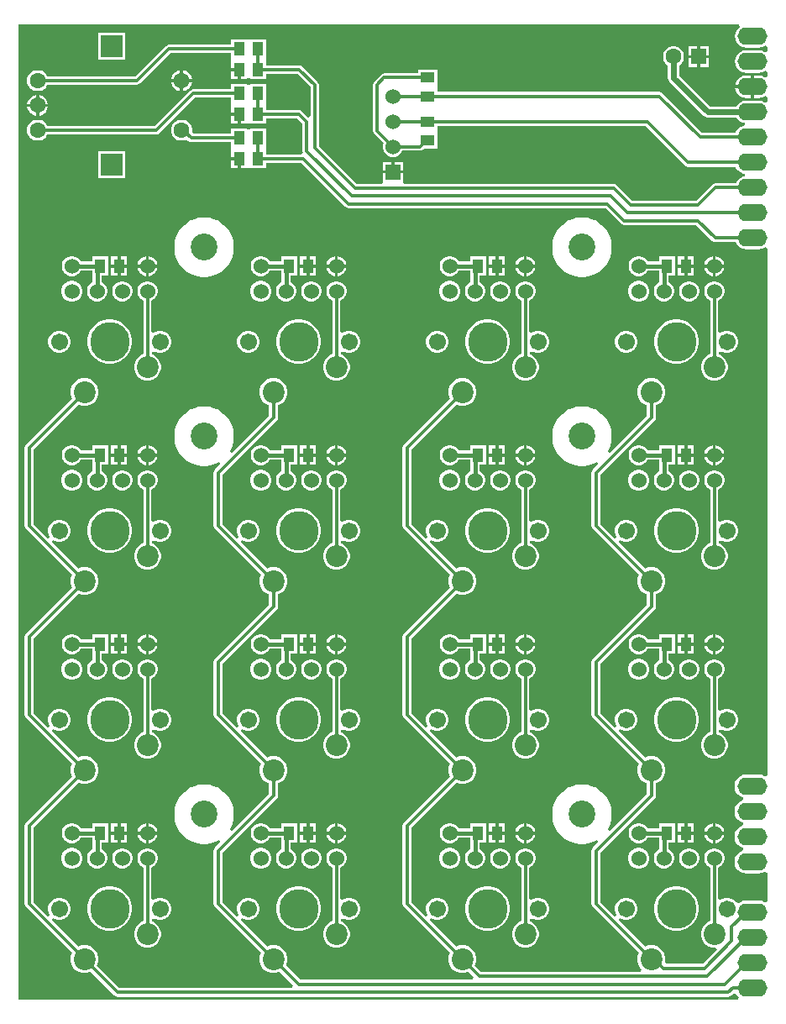
<source format=gtl>
G04*
G04 #@! TF.GenerationSoftware,Altium Limited,Altium Designer,22.5.1 (42)*
G04*
G04 Layer_Physical_Order=1*
G04 Layer_Color=255*
%FSLAX25Y25*%
%MOIN*%
G70*
G04*
G04 #@! TF.SameCoordinates,A209DC94-0A87-40FC-B198-68C7A1A1665B*
G04*
G04*
G04 #@! TF.FilePolarity,Positive*
G04*
G01*
G75*
%ADD26R,0.05512X0.04331*%
%ADD27R,0.04331X0.05512*%
%ADD28R,0.08661X0.08661*%
%ADD29C,0.01181*%
%ADD30C,0.02362*%
%ADD31C,0.01575*%
%ADD32O,0.11811X0.06890*%
%ADD33R,0.06000X0.06000*%
%ADD34C,0.06000*%
%ADD35C,0.06299*%
%ADD36R,0.06299X0.06299*%
%ADD37C,0.06700*%
%ADD38C,0.08661*%
%ADD39C,0.15700*%
%ADD40C,0.10630*%
%ADD41C,0.01968*%
G36*
X287654Y387343D02*
X286987Y386831D01*
X286275Y385903D01*
X285827Y384822D01*
X285674Y383661D01*
X285827Y382501D01*
X286275Y381420D01*
X286987Y380491D01*
X287916Y379779D01*
X288997Y379331D01*
X290158Y379178D01*
X295079D01*
X296239Y379331D01*
X297320Y379779D01*
X297579Y379977D01*
X298579Y379484D01*
Y377839D01*
X297579Y377345D01*
X297320Y377544D01*
X296239Y377992D01*
X295079Y378145D01*
X290158D01*
X288997Y377992D01*
X287916Y377544D01*
X286987Y376832D01*
X286275Y375903D01*
X285827Y374822D01*
X285674Y373661D01*
X285827Y372501D01*
X286275Y371420D01*
X286987Y370491D01*
X287916Y369779D01*
X288997Y369331D01*
X290158Y369178D01*
X295079D01*
X296239Y369331D01*
X297320Y369779D01*
X297579Y369977D01*
X298579Y369484D01*
Y367839D01*
X297579Y367345D01*
X297320Y367544D01*
X296239Y367992D01*
X295079Y368145D01*
X293209D01*
Y363661D01*
Y359178D01*
X295079D01*
X296239Y359331D01*
X297320Y359779D01*
X297579Y359977D01*
X298579Y359484D01*
Y357839D01*
X297579Y357346D01*
X297320Y357544D01*
X296239Y357992D01*
X295079Y358145D01*
X290158D01*
X288997Y357992D01*
X287916Y357544D01*
X286987Y356832D01*
X286275Y355903D01*
X286267Y355885D01*
X275803D01*
X263562Y368126D01*
Y372083D01*
X263886Y372270D01*
X264659Y373043D01*
X265205Y373989D01*
X265488Y375044D01*
Y376137D01*
X265205Y377192D01*
X264659Y378138D01*
X263886Y378911D01*
X262940Y379457D01*
X261885Y379740D01*
X260792D01*
X259737Y379457D01*
X258791Y378911D01*
X258018Y378138D01*
X257472Y377192D01*
X257189Y376137D01*
Y375044D01*
X257472Y373989D01*
X258018Y373043D01*
X258791Y372270D01*
X259115Y372083D01*
Y367205D01*
X259115Y367205D01*
X259284Y366354D01*
X259766Y365632D01*
X273309Y352089D01*
X273309Y352089D01*
X274031Y351607D01*
X274882Y351438D01*
X286267D01*
X286275Y351420D01*
X286987Y350491D01*
X287916Y349779D01*
X288997Y349331D01*
X289558Y349257D01*
X289558Y348248D01*
X288950Y348168D01*
X287825Y347702D01*
X286858Y346961D01*
X286117Y345994D01*
X285898Y345468D01*
X272638D01*
X256946Y361159D01*
X256360Y361551D01*
X255669Y361689D01*
X167717D01*
Y363189D01*
X167611D01*
X167535Y364158D01*
X167535D01*
Y370488D01*
X160024D01*
Y368945D01*
X146457D01*
X145836Y368821D01*
X145310Y368470D01*
X142554Y365714D01*
X142202Y365188D01*
X142079Y364567D01*
Y346179D01*
X142202Y345558D01*
X142554Y345032D01*
X146247Y341339D01*
X145997Y340409D01*
Y339356D01*
X146270Y338338D01*
X146796Y337426D01*
X147541Y336681D01*
X148453Y336155D01*
X149470Y335882D01*
X150524D01*
X151541Y336155D01*
X152453Y336681D01*
X153198Y337426D01*
X153680Y338261D01*
X160748D01*
X161369Y338384D01*
X161895Y338736D01*
X162317Y339158D01*
X167535D01*
Y345488D01*
X167535D01*
X167611Y346457D01*
X167717D01*
Y348076D01*
X250157D01*
X265849Y332384D01*
X266435Y331993D01*
X267126Y331855D01*
X285898D01*
X286117Y331329D01*
X286858Y330362D01*
X287825Y329621D01*
X288950Y329154D01*
X289558Y329074D01*
X289558Y328066D01*
X288997Y327992D01*
X287916Y327544D01*
X286987Y326832D01*
X286275Y325903D01*
X286018Y325283D01*
X277913D01*
X277293Y325160D01*
X276767Y324808D01*
X270391Y318433D01*
X244935D01*
X238795Y324572D01*
X238269Y324923D01*
X237649Y325047D01*
X154395D01*
X153997Y325882D01*
X153997Y326047D01*
Y329292D01*
X145997D01*
Y326047D01*
X145997Y325882D01*
X145599Y325047D01*
X135514D01*
X120519Y340042D01*
Y364370D01*
X120396Y364991D01*
X120044Y365517D01*
X113942Y371619D01*
X113416Y371971D01*
X112795Y372094D01*
X99622D01*
Y374228D01*
X99622D01*
Y374984D01*
X99622D01*
Y382496D01*
X93291D01*
Y382283D01*
X92142D01*
Y382496D01*
X85811D01*
Y380362D01*
X61024D01*
X60403Y380238D01*
X59877Y379887D01*
X47705Y367715D01*
X12810D01*
X12275Y368641D01*
X11502Y369414D01*
X10556Y369960D01*
X9501Y370243D01*
X8408D01*
X7353Y369960D01*
X6407Y369414D01*
X5634Y368641D01*
X5088Y367695D01*
X4805Y366639D01*
Y365547D01*
X5088Y364492D01*
X5634Y363545D01*
X6407Y362773D01*
X7353Y362226D01*
X8408Y361944D01*
X9501D01*
X10556Y362226D01*
X11502Y362773D01*
X12275Y363545D01*
X12810Y364472D01*
X48377D01*
X48997Y364595D01*
X49523Y364947D01*
X61695Y377118D01*
X85811D01*
Y374984D01*
X85811D01*
Y374228D01*
X85811D01*
Y371063D01*
X88976D01*
Y370472D01*
X89567D01*
Y366717D01*
X92142D01*
Y366929D01*
X93291D01*
Y366717D01*
X99622D01*
Y368851D01*
X112124D01*
X117276Y363698D01*
Y351983D01*
X116276Y351569D01*
X113942Y353903D01*
X113416Y354254D01*
X112795Y354378D01*
X99622D01*
Y356512D01*
X99622D01*
Y357268D01*
X99622D01*
Y364779D01*
X93291D01*
Y364567D01*
X92142D01*
Y364779D01*
X85811D01*
Y362645D01*
X70669D01*
X70049Y362522D01*
X69523Y362170D01*
X55382Y348030D01*
X12810D01*
X12275Y348956D01*
X11502Y349729D01*
X10556Y350275D01*
X9501Y350558D01*
X8408D01*
X7353Y350275D01*
X6407Y349729D01*
X5634Y348956D01*
X5088Y348010D01*
X4805Y346954D01*
Y345862D01*
X5088Y344807D01*
X5634Y343860D01*
X6407Y343088D01*
X7353Y342541D01*
X8408Y342259D01*
X9501D01*
X10556Y342541D01*
X11502Y343088D01*
X12275Y343860D01*
X12810Y344786D01*
X56054D01*
X56674Y344910D01*
X57200Y345261D01*
X71341Y359402D01*
X85811D01*
Y357268D01*
X85811D01*
Y356512D01*
X85811D01*
Y353346D01*
X88976D01*
Y352756D01*
X89567D01*
Y349000D01*
X92142D01*
Y349213D01*
X93291D01*
Y349000D01*
X99622D01*
Y351134D01*
X112124D01*
X114126Y349131D01*
Y338066D01*
X114207Y337661D01*
X113817Y336946D01*
X113571Y336661D01*
X99622D01*
Y338795D01*
X99622D01*
Y339551D01*
X99622D01*
Y347063D01*
X93291D01*
Y346850D01*
X92142D01*
Y347063D01*
X85811D01*
Y344929D01*
X70857D01*
X70164Y345760D01*
X70191Y345862D01*
Y346954D01*
X69908Y348010D01*
X69362Y348956D01*
X68589Y349729D01*
X67643Y350275D01*
X66588Y350558D01*
X65495D01*
X64439Y350275D01*
X63493Y349729D01*
X62721Y348956D01*
X62174Y348010D01*
X61892Y346954D01*
Y345862D01*
X62174Y344807D01*
X62721Y343860D01*
X63493Y343088D01*
X64439Y342541D01*
X65495Y342259D01*
X66588D01*
X67643Y342541D01*
X68105Y342808D01*
X68753Y342160D01*
X69279Y341809D01*
X69900Y341685D01*
X85811D01*
Y339551D01*
X85811D01*
Y338795D01*
X85811D01*
Y335630D01*
X88976D01*
Y335039D01*
X89567D01*
Y331283D01*
X92142D01*
Y331496D01*
X93291D01*
Y331283D01*
X99622D01*
Y333418D01*
X113648D01*
X131087Y315979D01*
X131613Y315628D01*
X132233Y315504D01*
X232283D01*
X232283Y315504D01*
X234368D01*
X240507Y309365D01*
X241033Y309014D01*
X241653Y308890D01*
X270391D01*
X276767Y302515D01*
X277293Y302163D01*
X277913Y302040D01*
X286018D01*
X286275Y301420D01*
X286987Y300491D01*
X287916Y299779D01*
X288997Y299331D01*
X290158Y299178D01*
X295079D01*
X296239Y299331D01*
X297320Y299779D01*
X297579Y299977D01*
X298579Y299484D01*
Y90508D01*
X297579Y90015D01*
X297412Y90143D01*
X296286Y90609D01*
X295079Y90768D01*
X290158D01*
X288950Y90609D01*
X287825Y90143D01*
X286858Y89402D01*
X286117Y88435D01*
X285650Y87310D01*
X285492Y86102D01*
X285650Y84895D01*
X286117Y83769D01*
X286858Y82803D01*
X287825Y82062D01*
X288950Y81595D01*
Y80609D01*
X287825Y80143D01*
X286858Y79402D01*
X286117Y78435D01*
X285650Y77310D01*
X285492Y76102D01*
X285650Y74895D01*
X286117Y73769D01*
X286858Y72803D01*
X287825Y72062D01*
X288950Y71596D01*
Y70609D01*
X287825Y70143D01*
X286858Y69402D01*
X286117Y68435D01*
X285650Y67310D01*
X285492Y66102D01*
X285650Y64895D01*
X286117Y63769D01*
X286858Y62803D01*
X287825Y62062D01*
X288950Y61595D01*
Y60609D01*
X287825Y60143D01*
X286858Y59402D01*
X286117Y58435D01*
X285650Y57310D01*
X285492Y56102D01*
X285650Y54895D01*
X286117Y53769D01*
X286858Y52803D01*
X287825Y52062D01*
X288950Y51595D01*
X290158Y51437D01*
X295079D01*
X296286Y51595D01*
X297412Y52062D01*
X297579Y52190D01*
X298579Y51697D01*
Y40508D01*
X297579Y40015D01*
X297412Y40143D01*
X296286Y40609D01*
X295079Y40768D01*
X290158D01*
X288950Y40609D01*
X287825Y40143D01*
X287356Y39784D01*
X286163Y39941D01*
X286069Y40013D01*
X285978Y40171D01*
X285168Y40981D01*
X284176Y41554D01*
X283070Y41850D01*
X281924D01*
X280818Y41554D01*
X280119Y41150D01*
X279119Y41577D01*
Y53817D01*
X279953Y54299D01*
X280698Y55044D01*
X281224Y55956D01*
X281497Y56973D01*
Y58027D01*
X281224Y59044D01*
X280698Y59956D01*
X279953Y60701D01*
X279041Y61227D01*
X278024Y61500D01*
X276971D01*
X275953Y61227D01*
X275041Y60701D01*
X274296Y59956D01*
X273770Y59044D01*
X273497Y58027D01*
Y56973D01*
X273770Y55956D01*
X274296Y55044D01*
X275041Y54299D01*
X275875Y53817D01*
Y32584D01*
X275440Y32467D01*
X274224Y31766D01*
X273232Y30773D01*
X272530Y29558D01*
X272166Y28202D01*
Y26798D01*
X272530Y25442D01*
X273232Y24227D01*
X274224Y23234D01*
X275440Y22533D01*
X276795Y22169D01*
X278043D01*
X278320Y21790D01*
X278504Y21216D01*
X272874Y15586D01*
X258672D01*
X257934Y16494D01*
X258009Y16774D01*
Y18226D01*
X257633Y19627D01*
X256908Y20884D01*
X255881Y21911D01*
X254625Y22636D01*
X253223Y23012D01*
X251771D01*
X250370Y22636D01*
X250082Y22470D01*
X239498Y33054D01*
X240112Y33854D01*
X240818Y33446D01*
X241924Y33150D01*
X243070D01*
X244176Y33446D01*
X245168Y34019D01*
X245978Y34829D01*
X246551Y35821D01*
X246847Y36927D01*
Y38073D01*
X246551Y39179D01*
X245978Y40171D01*
X245168Y40981D01*
X244176Y41554D01*
X243070Y41850D01*
X241924D01*
X240818Y41554D01*
X239826Y40981D01*
X239016Y40171D01*
X238444Y39179D01*
X238147Y38073D01*
Y36927D01*
X238444Y35821D01*
X238851Y35114D01*
X238051Y34500D01*
X232318Y40233D01*
Y59685D01*
X253774Y81141D01*
X254166Y81727D01*
X254304Y82418D01*
Y87278D01*
X254625Y87364D01*
X255881Y88089D01*
X256908Y89116D01*
X257633Y90372D01*
X258009Y91774D01*
Y93226D01*
X257633Y94627D01*
X256908Y95884D01*
X255881Y96910D01*
X254625Y97636D01*
X253223Y98012D01*
X251771D01*
X250370Y97636D01*
X250082Y97470D01*
X239498Y108054D01*
X240112Y108854D01*
X240818Y108446D01*
X241924Y108150D01*
X243070D01*
X244176Y108446D01*
X245168Y109019D01*
X245978Y109829D01*
X246551Y110821D01*
X246847Y111927D01*
Y113073D01*
X246551Y114179D01*
X245978Y115171D01*
X245168Y115981D01*
X244176Y116553D01*
X243070Y116850D01*
X241924D01*
X240818Y116553D01*
X239826Y115981D01*
X239016Y115171D01*
X238444Y114179D01*
X238147Y113073D01*
Y111927D01*
X238444Y110821D01*
X238851Y110114D01*
X238051Y109500D01*
X232318Y115233D01*
Y134685D01*
X253774Y156141D01*
X254166Y156727D01*
X254304Y157418D01*
Y162278D01*
X254625Y162364D01*
X255881Y163090D01*
X256908Y164116D01*
X257633Y165373D01*
X258009Y166775D01*
Y168226D01*
X257633Y169628D01*
X256908Y170885D01*
X255881Y171911D01*
X254625Y172637D01*
X253223Y173012D01*
X251771D01*
X250370Y172637D01*
X250082Y172471D01*
X239498Y183055D01*
X240112Y183855D01*
X240818Y183447D01*
X241924Y183151D01*
X243070D01*
X244176Y183447D01*
X245168Y184020D01*
X245978Y184830D01*
X246551Y185822D01*
X246847Y186928D01*
Y188073D01*
X246551Y189180D01*
X245978Y190172D01*
X245168Y190981D01*
X244176Y191554D01*
X243070Y191851D01*
X241924D01*
X240818Y191554D01*
X239826Y190981D01*
X239016Y190172D01*
X238444Y189180D01*
X238147Y188073D01*
Y186928D01*
X238444Y185822D01*
X238851Y185115D01*
X238051Y184501D01*
X232318Y190234D01*
Y209685D01*
X253774Y231142D01*
X254166Y231728D01*
X254304Y232419D01*
Y237278D01*
X254625Y237365D01*
X255881Y238090D01*
X256908Y239116D01*
X257633Y240373D01*
X258009Y241775D01*
Y243226D01*
X257633Y244628D01*
X256908Y245885D01*
X255881Y246911D01*
X254625Y247637D01*
X253223Y248012D01*
X251771D01*
X250370Y247637D01*
X249113Y246911D01*
X248087Y245885D01*
X247361Y244628D01*
X246985Y243226D01*
Y241775D01*
X247361Y240373D01*
X248087Y239116D01*
X249113Y238090D01*
X250370Y237365D01*
X250691Y237278D01*
Y233167D01*
X236055Y218532D01*
X235255Y219146D01*
X235613Y219766D01*
X236205Y221196D01*
X236606Y222691D01*
X236808Y224226D01*
X236808Y225001D01*
X236808Y225775D01*
X236606Y227310D01*
X236205Y228805D01*
X235613Y230236D01*
X234839Y231577D01*
X233896Y232805D01*
X232801Y233900D01*
X231573Y234842D01*
X230232Y235616D01*
X228802Y236209D01*
X227306Y236610D01*
X225985Y236784D01*
X225771Y236812D01*
X224997Y236812D01*
X224997Y236812D01*
Y236812D01*
X224223Y236812D01*
X224009Y236784D01*
X222688Y236610D01*
X221192Y236209D01*
X219762Y235616D01*
X218421Y234842D01*
X217193Y233900D01*
X216098Y232805D01*
X215156Y231577D01*
X214381Y230236D01*
X213789Y228805D01*
X213388Y227310D01*
X213186Y225775D01*
Y224226D01*
X213388Y222691D01*
X213789Y221196D01*
X214381Y219766D01*
X215156Y218425D01*
X216098Y217196D01*
X217193Y216102D01*
X218421Y215159D01*
X219762Y214385D01*
X221192Y213792D01*
X222688Y213392D01*
X224223Y213190D01*
X224997D01*
X225771Y213190D01*
X227306Y213392D01*
X228802Y213792D01*
X230232Y214385D01*
X230852Y214743D01*
X231466Y213943D01*
X229235Y211711D01*
X228843Y211125D01*
X228706Y210434D01*
Y189486D01*
X228843Y188795D01*
X229235Y188209D01*
X247527Y169916D01*
X247361Y169628D01*
X246985Y168226D01*
Y166775D01*
X247361Y165373D01*
X248087Y164116D01*
X249113Y163090D01*
X250370Y162364D01*
X250691Y162278D01*
Y158167D01*
X229235Y136710D01*
X228843Y136124D01*
X228706Y135433D01*
Y114485D01*
X228843Y113794D01*
X229235Y113208D01*
X247527Y94915D01*
X247361Y94627D01*
X246985Y93226D01*
Y91774D01*
X247361Y90372D01*
X248087Y89116D01*
X249113Y88089D01*
X250370Y87364D01*
X250691Y87278D01*
Y83167D01*
X236055Y68531D01*
X235255Y69145D01*
X235613Y69765D01*
X236205Y71195D01*
X236606Y72691D01*
X236808Y74226D01*
X236808Y75000D01*
X236808Y75774D01*
X236606Y77309D01*
X236205Y78804D01*
X235613Y80235D01*
X234839Y81576D01*
X233896Y82804D01*
X232801Y83899D01*
X231573Y84841D01*
X230232Y85616D01*
X228802Y86208D01*
X227306Y86609D01*
X225985Y86783D01*
X225771Y86811D01*
X224997Y86811D01*
X224997Y86811D01*
Y86811D01*
X224223Y86811D01*
X224009Y86783D01*
X222688Y86609D01*
X221192Y86208D01*
X219762Y85616D01*
X218421Y84841D01*
X217193Y83899D01*
X216098Y82804D01*
X215156Y81576D01*
X214381Y80235D01*
X213789Y78804D01*
X213388Y77309D01*
X213186Y75774D01*
Y74226D01*
X213388Y72691D01*
X213789Y71195D01*
X214381Y69765D01*
X215156Y68424D01*
X216098Y67196D01*
X217193Y66101D01*
X218421Y65158D01*
X219762Y64384D01*
X221192Y63792D01*
X222688Y63391D01*
X224223Y63189D01*
X224997D01*
X225771Y63189D01*
X227306Y63391D01*
X228802Y63792D01*
X230232Y64384D01*
X230852Y64742D01*
X231466Y63942D01*
X229235Y61710D01*
X228843Y61124D01*
X228706Y60433D01*
Y39485D01*
X228843Y38794D01*
X229235Y38208D01*
X247527Y19915D01*
X247361Y19627D01*
X246985Y18226D01*
Y16774D01*
X247361Y15372D01*
X248087Y14116D01*
X248766Y13436D01*
X248352Y12436D01*
X185115D01*
X182467Y15085D01*
X182633Y15372D01*
X183009Y16774D01*
Y18226D01*
X182633Y19627D01*
X181908Y20884D01*
X180881Y21911D01*
X179625Y22636D01*
X178223Y23012D01*
X176771D01*
X175370Y22636D01*
X175082Y22470D01*
X164498Y33054D01*
X165112Y33854D01*
X165818Y33446D01*
X166924Y33150D01*
X168070D01*
X169176Y33446D01*
X170168Y34019D01*
X170978Y34829D01*
X171551Y35821D01*
X171847Y36927D01*
Y38073D01*
X171551Y39179D01*
X170978Y40171D01*
X170168Y40981D01*
X169176Y41554D01*
X168070Y41850D01*
X166924D01*
X165818Y41554D01*
X164826Y40981D01*
X164016Y40171D01*
X163444Y39179D01*
X163147Y38073D01*
Y36927D01*
X163444Y35821D01*
X163851Y35114D01*
X163051Y34500D01*
X157317Y40234D01*
Y69766D01*
X175082Y87530D01*
X175370Y87364D01*
X176771Y86988D01*
X178223D01*
X179625Y87364D01*
X180881Y88089D01*
X181908Y89116D01*
X182633Y90372D01*
X183009Y91774D01*
Y93226D01*
X182633Y94627D01*
X181908Y95884D01*
X180881Y96910D01*
X179625Y97636D01*
X178223Y98012D01*
X176771D01*
X175370Y97636D01*
X175082Y97470D01*
X164498Y108054D01*
X165112Y108854D01*
X165818Y108446D01*
X166924Y108150D01*
X168070D01*
X169176Y108446D01*
X170168Y109019D01*
X170978Y109829D01*
X171551Y110821D01*
X171847Y111927D01*
Y113073D01*
X171551Y114179D01*
X170978Y115171D01*
X170168Y115981D01*
X169176Y116553D01*
X168070Y116850D01*
X166924D01*
X165818Y116553D01*
X164826Y115981D01*
X164016Y115171D01*
X163444Y114179D01*
X163147Y113073D01*
Y111927D01*
X163444Y110821D01*
X163851Y110114D01*
X163051Y109500D01*
X157317Y115234D01*
Y144766D01*
X175082Y162531D01*
X175370Y162364D01*
X176771Y161989D01*
X178223D01*
X179625Y162364D01*
X180881Y163090D01*
X181908Y164116D01*
X182633Y165373D01*
X183009Y166775D01*
Y168226D01*
X182633Y169628D01*
X181908Y170885D01*
X180881Y171911D01*
X179625Y172637D01*
X178223Y173012D01*
X176771D01*
X175370Y172637D01*
X175082Y172471D01*
X164498Y183055D01*
X165112Y183855D01*
X165818Y183447D01*
X166924Y183151D01*
X168070D01*
X169176Y183447D01*
X170168Y184020D01*
X170978Y184830D01*
X171551Y185822D01*
X171847Y186928D01*
Y188073D01*
X171551Y189180D01*
X170978Y190172D01*
X170168Y190981D01*
X169176Y191554D01*
X168070Y191851D01*
X166924D01*
X165818Y191554D01*
X164826Y190981D01*
X164016Y190172D01*
X163444Y189180D01*
X163147Y188073D01*
Y186928D01*
X163444Y185822D01*
X163851Y185115D01*
X163051Y184501D01*
X157317Y190235D01*
Y219766D01*
X175082Y237531D01*
X175370Y237365D01*
X176771Y236989D01*
X178223D01*
X179625Y237365D01*
X180881Y238090D01*
X181908Y239116D01*
X182633Y240373D01*
X183009Y241775D01*
Y243226D01*
X182633Y244628D01*
X181908Y245885D01*
X180881Y246911D01*
X179625Y247637D01*
X178223Y248012D01*
X176771D01*
X175370Y247637D01*
X174113Y246911D01*
X173087Y245885D01*
X172361Y244628D01*
X171985Y243226D01*
Y241775D01*
X172361Y240373D01*
X172527Y240085D01*
X154234Y221792D01*
X153842Y221206D01*
X153705Y220515D01*
Y189487D01*
X153842Y188795D01*
X154234Y188209D01*
X172527Y169916D01*
X172361Y169628D01*
X171985Y168226D01*
Y166775D01*
X172361Y165373D01*
X172527Y165085D01*
X154234Y146792D01*
X153842Y146206D01*
X153705Y145515D01*
Y114486D01*
X153842Y113795D01*
X154234Y113209D01*
X172527Y94915D01*
X172361Y94627D01*
X171985Y93226D01*
Y91774D01*
X172361Y90372D01*
X172527Y90084D01*
X154234Y71791D01*
X153842Y71205D01*
X153705Y70514D01*
Y39486D01*
X153842Y38795D01*
X154234Y38209D01*
X172527Y19915D01*
X172361Y19627D01*
X171985Y18226D01*
Y16774D01*
X172361Y15372D01*
X173087Y14116D01*
X174113Y13090D01*
X175370Y12364D01*
X176771Y11988D01*
X178223D01*
X179625Y12364D01*
X179912Y12530D01*
X182156Y10287D01*
X181742Y9287D01*
X113265D01*
X107467Y15085D01*
X107633Y15372D01*
X108009Y16774D01*
Y18226D01*
X107633Y19627D01*
X106908Y20884D01*
X105881Y21911D01*
X104625Y22636D01*
X103223Y23012D01*
X101771D01*
X100370Y22636D01*
X100082Y22470D01*
X89498Y33054D01*
X90112Y33854D01*
X90818Y33446D01*
X91924Y33150D01*
X93070D01*
X94176Y33446D01*
X95168Y34019D01*
X95978Y34829D01*
X96551Y35821D01*
X96847Y36927D01*
Y38073D01*
X96551Y39179D01*
X95978Y40171D01*
X95168Y40981D01*
X94176Y41554D01*
X93070Y41850D01*
X91924D01*
X90818Y41554D01*
X89826Y40981D01*
X89016Y40171D01*
X88444Y39179D01*
X88147Y38073D01*
Y36927D01*
X88444Y35821D01*
X88851Y35114D01*
X88051Y34500D01*
X82318Y40233D01*
Y59685D01*
X103774Y81141D01*
X104166Y81727D01*
X104304Y82418D01*
Y87278D01*
X104625Y87364D01*
X105881Y88089D01*
X106908Y89116D01*
X107633Y90372D01*
X108009Y91774D01*
Y93226D01*
X107633Y94627D01*
X106908Y95884D01*
X105881Y96910D01*
X104625Y97636D01*
X103223Y98012D01*
X101771D01*
X100370Y97636D01*
X100082Y97470D01*
X89498Y108054D01*
X90112Y108854D01*
X90818Y108446D01*
X91924Y108150D01*
X93070D01*
X94176Y108446D01*
X95168Y109019D01*
X95978Y109829D01*
X96551Y110821D01*
X96847Y111927D01*
Y113073D01*
X96551Y114179D01*
X95978Y115171D01*
X95168Y115981D01*
X94176Y116553D01*
X93070Y116850D01*
X91924D01*
X90818Y116553D01*
X89826Y115981D01*
X89016Y115171D01*
X88444Y114179D01*
X88147Y113073D01*
Y111927D01*
X88444Y110821D01*
X88851Y110114D01*
X88051Y109500D01*
X82318Y115233D01*
Y134685D01*
X103774Y156141D01*
X104166Y156727D01*
X104304Y157418D01*
Y162278D01*
X104625Y162364D01*
X105881Y163090D01*
X106908Y164116D01*
X107633Y165373D01*
X108009Y166775D01*
Y168226D01*
X107633Y169628D01*
X106908Y170885D01*
X105881Y171911D01*
X104625Y172637D01*
X103223Y173012D01*
X101771D01*
X100370Y172637D01*
X100082Y172471D01*
X89498Y183055D01*
X90112Y183855D01*
X90818Y183447D01*
X91924Y183151D01*
X93070D01*
X94176Y183447D01*
X95168Y184020D01*
X95978Y184830D01*
X96551Y185822D01*
X96847Y186928D01*
Y188073D01*
X96551Y189180D01*
X95978Y190172D01*
X95168Y190981D01*
X94176Y191554D01*
X93070Y191851D01*
X91924D01*
X90818Y191554D01*
X89826Y190981D01*
X89016Y190172D01*
X88444Y189180D01*
X88147Y188073D01*
Y186928D01*
X88444Y185822D01*
X88851Y185115D01*
X88051Y184501D01*
X82318Y190234D01*
Y209685D01*
X103774Y231142D01*
X104166Y231728D01*
X104304Y232419D01*
Y237278D01*
X104625Y237365D01*
X105881Y238090D01*
X106908Y239116D01*
X107633Y240373D01*
X108009Y241775D01*
Y243226D01*
X107633Y244628D01*
X106908Y245885D01*
X105881Y246911D01*
X104625Y247637D01*
X103223Y248012D01*
X101771D01*
X100370Y247637D01*
X99113Y246911D01*
X98087Y245885D01*
X97361Y244628D01*
X96985Y243226D01*
Y241775D01*
X97361Y240373D01*
X98087Y239116D01*
X99113Y238090D01*
X100370Y237365D01*
X100691Y237278D01*
Y233167D01*
X86055Y218532D01*
X85255Y219146D01*
X85613Y219766D01*
X86205Y221196D01*
X86606Y222691D01*
X86808Y224226D01*
X86808Y225001D01*
X86808Y225775D01*
X86606Y227310D01*
X86205Y228805D01*
X85613Y230236D01*
X84839Y231577D01*
X83896Y232805D01*
X82801Y233900D01*
X81573Y234842D01*
X80232Y235616D01*
X78802Y236209D01*
X77306Y236610D01*
X75985Y236784D01*
X75771Y236812D01*
X74997Y236812D01*
X74997Y236812D01*
Y236812D01*
X74223Y236812D01*
X74009Y236784D01*
X72688Y236610D01*
X71192Y236209D01*
X69762Y235616D01*
X68421Y234842D01*
X67193Y233900D01*
X66098Y232805D01*
X65156Y231577D01*
X64381Y230236D01*
X63789Y228805D01*
X63388Y227310D01*
X63186Y225775D01*
Y224226D01*
X63388Y222691D01*
X63789Y221196D01*
X64381Y219766D01*
X65156Y218425D01*
X66098Y217196D01*
X67193Y216102D01*
X68421Y215159D01*
X69762Y214385D01*
X71192Y213792D01*
X72688Y213392D01*
X74223Y213190D01*
X74997D01*
X75771Y213190D01*
X77306Y213392D01*
X78802Y213792D01*
X80232Y214385D01*
X80852Y214743D01*
X81466Y213943D01*
X79234Y211711D01*
X78843Y211125D01*
X78705Y210434D01*
Y189486D01*
X78843Y188795D01*
X79234Y188209D01*
X97527Y169916D01*
X97361Y169628D01*
X96985Y168226D01*
Y166775D01*
X97361Y165373D01*
X98087Y164116D01*
X99113Y163090D01*
X100370Y162364D01*
X100691Y162278D01*
Y158167D01*
X79234Y136710D01*
X78843Y136124D01*
X78705Y135433D01*
Y114485D01*
X78843Y113794D01*
X79234Y113208D01*
X97527Y94915D01*
X97361Y94627D01*
X96985Y93226D01*
Y91774D01*
X97361Y90372D01*
X98087Y89116D01*
X99113Y88089D01*
X100370Y87364D01*
X100691Y87278D01*
Y83167D01*
X86055Y68531D01*
X85255Y69145D01*
X85613Y69765D01*
X86205Y71195D01*
X86606Y72691D01*
X86808Y74226D01*
X86808Y75000D01*
X86808Y75774D01*
X86606Y77309D01*
X86205Y78804D01*
X85613Y80235D01*
X84839Y81576D01*
X83896Y82804D01*
X82801Y83899D01*
X81573Y84841D01*
X80232Y85616D01*
X78802Y86208D01*
X77306Y86609D01*
X75985Y86783D01*
X75771Y86811D01*
X74997Y86811D01*
X74997Y86811D01*
Y86811D01*
X74223Y86811D01*
X74009Y86783D01*
X72688Y86609D01*
X71192Y86208D01*
X69762Y85616D01*
X68421Y84841D01*
X67193Y83899D01*
X66098Y82804D01*
X65156Y81576D01*
X64381Y80235D01*
X63789Y78804D01*
X63388Y77309D01*
X63186Y75774D01*
Y74226D01*
X63388Y72691D01*
X63789Y71195D01*
X64381Y69765D01*
X65156Y68424D01*
X66098Y67196D01*
X67193Y66101D01*
X68421Y65158D01*
X69762Y64384D01*
X71192Y63792D01*
X72688Y63391D01*
X74223Y63189D01*
X74997D01*
X75771Y63189D01*
X77306Y63391D01*
X78802Y63792D01*
X80232Y64384D01*
X80852Y64742D01*
X81466Y63942D01*
X79234Y61710D01*
X78843Y61124D01*
X78705Y60433D01*
Y39485D01*
X78843Y38794D01*
X79234Y38208D01*
X97527Y19915D01*
X97361Y19627D01*
X96985Y18226D01*
Y16774D01*
X97361Y15372D01*
X98087Y14116D01*
X99113Y13090D01*
X100370Y12364D01*
X101771Y11988D01*
X103223D01*
X104625Y12364D01*
X104912Y12530D01*
X110306Y7137D01*
X109891Y6137D01*
X41415D01*
X32468Y15085D01*
X32634Y15372D01*
X33010Y16774D01*
Y18226D01*
X32634Y19627D01*
X31908Y20884D01*
X30882Y21911D01*
X29625Y22636D01*
X28223Y23012D01*
X26772D01*
X25370Y22636D01*
X25082Y22470D01*
X14498Y33054D01*
X15112Y33854D01*
X15819Y33446D01*
X16925Y33150D01*
X18071D01*
X19177Y33446D01*
X20169Y34019D01*
X20979Y34829D01*
X21552Y35821D01*
X21848Y36927D01*
Y38073D01*
X21552Y39179D01*
X20979Y40171D01*
X20169Y40981D01*
X19177Y41554D01*
X18071Y41850D01*
X16925D01*
X15819Y41554D01*
X14827Y40981D01*
X14017Y40171D01*
X13444Y39179D01*
X13148Y38073D01*
Y36927D01*
X13444Y35821D01*
X13852Y35114D01*
X13052Y34500D01*
X7318Y40234D01*
Y69766D01*
X25082Y87530D01*
X25370Y87364D01*
X26772Y86988D01*
X28223D01*
X29625Y87364D01*
X30882Y88089D01*
X31908Y89116D01*
X32634Y90372D01*
X33010Y91774D01*
Y93226D01*
X32634Y94627D01*
X31908Y95884D01*
X30882Y96910D01*
X29625Y97636D01*
X28223Y98012D01*
X26772D01*
X25370Y97636D01*
X25082Y97470D01*
X14498Y108054D01*
X15112Y108854D01*
X15819Y108446D01*
X16925Y108150D01*
X18071D01*
X19177Y108446D01*
X20169Y109019D01*
X20979Y109829D01*
X21552Y110821D01*
X21848Y111927D01*
Y113073D01*
X21552Y114179D01*
X20979Y115171D01*
X20169Y115981D01*
X19177Y116553D01*
X18071Y116850D01*
X16925D01*
X15819Y116553D01*
X14827Y115981D01*
X14017Y115171D01*
X13444Y114179D01*
X13148Y113073D01*
Y111927D01*
X13444Y110821D01*
X13852Y110114D01*
X13052Y109500D01*
X7318Y115234D01*
Y144766D01*
X25082Y162531D01*
X25370Y162364D01*
X26772Y161989D01*
X28223D01*
X29625Y162364D01*
X30882Y163090D01*
X31908Y164116D01*
X32634Y165373D01*
X33010Y166775D01*
Y168226D01*
X32634Y169628D01*
X31908Y170885D01*
X30882Y171911D01*
X29625Y172637D01*
X28223Y173012D01*
X26772D01*
X25370Y172637D01*
X25082Y172471D01*
X14498Y183055D01*
X15112Y183855D01*
X15819Y183447D01*
X16925Y183151D01*
X18071D01*
X19177Y183447D01*
X20169Y184020D01*
X20979Y184830D01*
X21552Y185822D01*
X21848Y186928D01*
Y188073D01*
X21552Y189180D01*
X20979Y190172D01*
X20169Y190981D01*
X19177Y191554D01*
X18071Y191851D01*
X16925D01*
X15819Y191554D01*
X14827Y190981D01*
X14017Y190172D01*
X13444Y189180D01*
X13148Y188073D01*
Y186928D01*
X13444Y185822D01*
X13852Y185115D01*
X13052Y184501D01*
X7318Y190235D01*
Y219766D01*
X25082Y237531D01*
X25370Y237365D01*
X26772Y236989D01*
X28223D01*
X29625Y237365D01*
X30882Y238090D01*
X31908Y239116D01*
X32634Y240373D01*
X33010Y241775D01*
Y243226D01*
X32634Y244628D01*
X31908Y245885D01*
X30882Y246911D01*
X29625Y247637D01*
X28223Y248012D01*
X26772D01*
X25370Y247637D01*
X24114Y246911D01*
X23087Y245885D01*
X22362Y244628D01*
X21986Y243226D01*
Y241775D01*
X22362Y240373D01*
X22528Y240085D01*
X4234Y221792D01*
X3843Y221206D01*
X3705Y220515D01*
Y189487D01*
X3843Y188795D01*
X4234Y188209D01*
X22528Y169916D01*
X22362Y169628D01*
X21986Y168226D01*
Y166775D01*
X22362Y165373D01*
X22528Y165085D01*
X4234Y146792D01*
X3843Y146206D01*
X3705Y145515D01*
Y114486D01*
X3843Y113795D01*
X4234Y113209D01*
X22528Y94915D01*
X22362Y94627D01*
X21986Y93226D01*
Y91774D01*
X22362Y90372D01*
X22528Y90084D01*
X4234Y71791D01*
X3843Y71205D01*
X3705Y70514D01*
Y39486D01*
X3843Y38795D01*
X4234Y38209D01*
X22528Y19915D01*
X22362Y19627D01*
X21986Y18226D01*
Y16774D01*
X22362Y15372D01*
X23087Y14116D01*
X24114Y13090D01*
X25370Y12364D01*
X26772Y11988D01*
X28223D01*
X29625Y12364D01*
X29913Y12530D01*
X39390Y3053D01*
X39976Y2662D01*
X40667Y2524D01*
X283071D01*
X283762Y2662D01*
X284348Y3053D01*
X285043Y3748D01*
X285496Y3757D01*
X286274Y3565D01*
X286858Y2803D01*
X287356Y2421D01*
X287017Y1421D01*
X1421D01*
Y388343D01*
X287327D01*
X287654Y387343D01*
D02*
G37*
%LPC*%
G36*
X275488Y379740D02*
X271929D01*
Y376181D01*
X275488D01*
Y379740D01*
D02*
G37*
G36*
X270748D02*
X267189D01*
Y376181D01*
X270748D01*
Y379740D01*
D02*
G37*
G36*
X43813Y385203D02*
X33151D01*
Y374542D01*
X43813D01*
Y385203D01*
D02*
G37*
G36*
X275488Y375000D02*
X271929D01*
Y371441D01*
X275488D01*
Y375000D01*
D02*
G37*
G36*
X270748D02*
X267189D01*
Y371441D01*
X270748D01*
Y375000D01*
D02*
G37*
G36*
X88386Y369882D02*
X85811D01*
Y366717D01*
X88386D01*
Y369882D01*
D02*
G37*
G36*
X66632Y370231D02*
Y366684D01*
X70179D01*
X69908Y367695D01*
X69362Y368641D01*
X68589Y369414D01*
X67643Y369960D01*
X66632Y370231D01*
D02*
G37*
G36*
X65451Y370231D02*
X64439Y369960D01*
X63493Y369414D01*
X62721Y368641D01*
X62174Y367695D01*
X61904Y366684D01*
X65451D01*
Y370231D01*
D02*
G37*
G36*
X292027Y368145D02*
X290158D01*
X288997Y367992D01*
X287916Y367544D01*
X286987Y366831D01*
X286275Y365903D01*
X285827Y364822D01*
X285752Y364252D01*
X292027D01*
Y368145D01*
D02*
G37*
G36*
X65451Y365503D02*
X61904D01*
X62174Y364492D01*
X62721Y363545D01*
X63493Y362773D01*
X64439Y362226D01*
X65451Y361955D01*
Y365503D01*
D02*
G37*
G36*
X70179D02*
X66632D01*
Y361955D01*
X67643Y362226D01*
X68589Y362773D01*
X69362Y363545D01*
X69908Y364492D01*
X70179Y365503D01*
D02*
G37*
G36*
X292027Y363071D02*
X285752D01*
X285827Y362501D01*
X286275Y361420D01*
X286987Y360491D01*
X287916Y359779D01*
X288997Y359331D01*
X290158Y359178D01*
X292027D01*
Y363071D01*
D02*
G37*
G36*
X9545Y360388D02*
Y356841D01*
X13092D01*
X12821Y357852D01*
X12275Y358799D01*
X11502Y359571D01*
X10556Y360118D01*
X9545Y360388D01*
D02*
G37*
G36*
X8364Y360388D02*
X7353Y360118D01*
X6407Y359571D01*
X5634Y358799D01*
X5088Y357852D01*
X4817Y356841D01*
X8364D01*
Y360388D01*
D02*
G37*
G36*
Y355660D02*
X4817D01*
X5088Y354649D01*
X5634Y353703D01*
X6407Y352930D01*
X7353Y352384D01*
X8364Y352113D01*
Y355660D01*
D02*
G37*
G36*
X13092D02*
X9545D01*
Y352113D01*
X10556Y352384D01*
X11502Y352930D01*
X12275Y353703D01*
X12821Y354649D01*
X13092Y355660D01*
D02*
G37*
G36*
X88386Y352165D02*
X85811D01*
Y349000D01*
X88386D01*
Y352165D01*
D02*
G37*
G36*
Y334449D02*
X85811D01*
Y331283D01*
X88386D01*
Y334449D01*
D02*
G37*
G36*
X153997Y333882D02*
X150588D01*
Y330473D01*
X153997D01*
Y333882D01*
D02*
G37*
G36*
X149407D02*
X145997D01*
Y330473D01*
X149407D01*
Y333882D01*
D02*
G37*
G36*
X43813Y337959D02*
X33151D01*
Y327298D01*
X43813D01*
Y337959D01*
D02*
G37*
G36*
X269403Y296257D02*
X266828D01*
Y293091D01*
X269403D01*
Y296257D01*
D02*
G37*
G36*
X194403D02*
X191828D01*
Y293091D01*
X194403D01*
Y296257D01*
D02*
G37*
G36*
X119403D02*
X116828D01*
Y293091D01*
X119403D01*
Y296257D01*
D02*
G37*
G36*
X44403D02*
X41829D01*
Y293091D01*
X44403D01*
Y296257D01*
D02*
G37*
G36*
X190647D02*
X188072D01*
Y293091D01*
X190647D01*
Y296257D01*
D02*
G37*
G36*
X265647D02*
X263072D01*
Y293091D01*
X265647D01*
Y296257D01*
D02*
G37*
G36*
X115647D02*
X113072D01*
Y293091D01*
X115647D01*
Y296257D01*
D02*
G37*
G36*
X40648D02*
X38073D01*
Y293091D01*
X40648D01*
Y296257D01*
D02*
G37*
G36*
X278088Y296483D02*
Y293091D01*
X281480D01*
X281224Y294045D01*
X280698Y294957D01*
X279953Y295702D01*
X279041Y296228D01*
X278088Y296483D01*
D02*
G37*
G36*
X203088D02*
Y293091D01*
X206480D01*
X206224Y294045D01*
X205698Y294957D01*
X204953Y295702D01*
X204041Y296228D01*
X203088Y296483D01*
D02*
G37*
G36*
X128088D02*
Y293091D01*
X131480D01*
X131225Y294045D01*
X130698Y294957D01*
X129953Y295702D01*
X129041Y296228D01*
X128088Y296483D01*
D02*
G37*
G36*
X53088D02*
Y293091D01*
X56481D01*
X56225Y294045D01*
X55699Y294957D01*
X54954Y295702D01*
X54042Y296228D01*
X53088Y296483D01*
D02*
G37*
G36*
X201907Y296483D02*
X200953Y296228D01*
X200041Y295702D01*
X199296Y294957D01*
X198770Y294045D01*
X198514Y293091D01*
X201907D01*
Y296483D01*
D02*
G37*
G36*
X126907D02*
X125953Y296228D01*
X125041Y295702D01*
X124296Y294957D01*
X123770Y294045D01*
X123514Y293091D01*
X126907D01*
Y296483D01*
D02*
G37*
G36*
X276907D02*
X275953Y296228D01*
X275041Y295702D01*
X274296Y294957D01*
X273770Y294045D01*
X273514Y293091D01*
X276907D01*
Y296483D01*
D02*
G37*
G36*
X51907D02*
X50954Y296228D01*
X50042Y295702D01*
X49297Y294957D01*
X48770Y294045D01*
X48515Y293091D01*
X51907D01*
Y296483D01*
D02*
G37*
G36*
X269403Y291910D02*
X266828D01*
Y288745D01*
X269403D01*
Y291910D01*
D02*
G37*
G36*
X265647D02*
X263072D01*
Y288745D01*
X265647D01*
Y291910D01*
D02*
G37*
G36*
X194403D02*
X191828D01*
Y288745D01*
X194403D01*
Y291910D01*
D02*
G37*
G36*
X190647D02*
X188072D01*
Y288745D01*
X190647D01*
Y291910D01*
D02*
G37*
G36*
X119403D02*
X116828D01*
Y288745D01*
X119403D01*
Y291910D01*
D02*
G37*
G36*
X115647D02*
X113072D01*
Y288745D01*
X115647D01*
Y291910D01*
D02*
G37*
G36*
X44403D02*
X41829D01*
Y288745D01*
X44403D01*
Y291910D01*
D02*
G37*
G36*
X40648D02*
X38073D01*
Y288745D01*
X40648D01*
Y291910D01*
D02*
G37*
G36*
X131480Y291910D02*
X128088D01*
Y288518D01*
X129041Y288773D01*
X129953Y289300D01*
X130698Y290045D01*
X131225Y290957D01*
X131480Y291910D01*
D02*
G37*
G36*
X56481D02*
X53088D01*
Y288518D01*
X54042Y288773D01*
X54954Y289300D01*
X55699Y290045D01*
X56225Y290957D01*
X56481Y291910D01*
D02*
G37*
G36*
X281480D02*
X278088D01*
Y288518D01*
X279041Y288773D01*
X279953Y289300D01*
X280698Y290045D01*
X281224Y290957D01*
X281480Y291910D01*
D02*
G37*
G36*
X206480D02*
X203088D01*
Y288518D01*
X204041Y288773D01*
X204953Y289300D01*
X205698Y290045D01*
X206224Y290957D01*
X206480Y291910D01*
D02*
G37*
G36*
X276907D02*
X273514D01*
X273770Y290957D01*
X274296Y290045D01*
X275041Y289300D01*
X275953Y288773D01*
X276907Y288518D01*
Y291910D01*
D02*
G37*
G36*
X201907D02*
X198514D01*
X198770Y290957D01*
X199296Y290045D01*
X200041Y289300D01*
X200953Y288773D01*
X201907Y288518D01*
Y291910D01*
D02*
G37*
G36*
X51907D02*
X48515D01*
X48770Y290957D01*
X49297Y290045D01*
X50042Y289300D01*
X50954Y288773D01*
X51907Y288518D01*
Y291910D01*
D02*
G37*
G36*
X126907D02*
X123514D01*
X123770Y290957D01*
X124296Y290045D01*
X125041Y289300D01*
X125953Y288773D01*
X126907Y288518D01*
Y291910D01*
D02*
G37*
G36*
X224223Y311812D02*
X224009Y311784D01*
X222688Y311610D01*
X221192Y311209D01*
X219762Y310616D01*
X218421Y309842D01*
X217193Y308900D01*
X216098Y307805D01*
X215156Y306577D01*
X214381Y305236D01*
X213789Y303805D01*
X213388Y302310D01*
X213186Y300775D01*
Y299226D01*
X213388Y297691D01*
X213789Y296196D01*
X214381Y294766D01*
X215156Y293425D01*
X216098Y292196D01*
X217193Y291102D01*
X218421Y290159D01*
X219762Y289385D01*
X221192Y288792D01*
X222688Y288392D01*
X224223Y288190D01*
X224997D01*
X225771Y288190D01*
X227306Y288392D01*
X228802Y288792D01*
X230232Y289385D01*
X231573Y290159D01*
X232801Y291102D01*
X233896Y292196D01*
X234839Y293425D01*
X235613Y294766D01*
X236205Y296196D01*
X236606Y297691D01*
X236808Y299226D01*
X236808Y300001D01*
X236808Y300775D01*
X236606Y302310D01*
X236205Y303805D01*
X235613Y305236D01*
X234839Y306577D01*
X233896Y307805D01*
X232801Y308900D01*
X231573Y309842D01*
X230232Y310616D01*
X228802Y311209D01*
X227306Y311610D01*
X225985Y311784D01*
X225771Y311812D01*
X224997Y311812D01*
X224997Y311812D01*
Y311812D01*
X224223Y311812D01*
D02*
G37*
G36*
X74223D02*
X74009Y311784D01*
X72688Y311610D01*
X71192Y311209D01*
X69762Y310616D01*
X68421Y309842D01*
X67193Y308900D01*
X66098Y307805D01*
X65156Y306577D01*
X64381Y305236D01*
X63789Y303805D01*
X63388Y302310D01*
X63186Y300775D01*
Y299226D01*
X63388Y297691D01*
X63789Y296196D01*
X64381Y294766D01*
X65156Y293425D01*
X66098Y292196D01*
X67193Y291102D01*
X68421Y290159D01*
X69762Y289385D01*
X71192Y288792D01*
X72688Y288392D01*
X74223Y288190D01*
X74997D01*
X75771Y288190D01*
X77306Y288392D01*
X78802Y288792D01*
X80232Y289385D01*
X81573Y290159D01*
X82801Y291102D01*
X83896Y292196D01*
X84839Y293425D01*
X85613Y294766D01*
X86205Y296196D01*
X86606Y297691D01*
X86808Y299226D01*
X86808Y300001D01*
X86808Y300775D01*
X86606Y302310D01*
X86205Y303805D01*
X85613Y305236D01*
X84839Y306577D01*
X83896Y307805D01*
X82801Y308900D01*
X81573Y309842D01*
X80232Y310616D01*
X78802Y311209D01*
X77306Y311610D01*
X75985Y311784D01*
X75771Y311812D01*
X74997Y311812D01*
X74997Y311812D01*
Y311812D01*
X74223Y311812D01*
D02*
G37*
G36*
X268024Y286501D02*
X266970D01*
X265953Y286228D01*
X265041Y285701D01*
X264296Y284957D01*
X263770Y284045D01*
X263497Y283027D01*
Y281974D01*
X263770Y280957D01*
X264296Y280045D01*
X265041Y279300D01*
X265953Y278773D01*
X266970Y278501D01*
X268024D01*
X269041Y278773D01*
X269953Y279300D01*
X270698Y280045D01*
X271224Y280957D01*
X271497Y281974D01*
Y283027D01*
X271224Y284045D01*
X270698Y284957D01*
X269953Y285701D01*
X269041Y286228D01*
X268024Y286501D01*
D02*
G37*
G36*
X248024Y296501D02*
X246971D01*
X245953Y296228D01*
X245041Y295702D01*
X244296Y294957D01*
X243770Y294045D01*
X243497Y293027D01*
Y291974D01*
X243770Y290957D01*
X244296Y290045D01*
X245041Y289300D01*
X245953Y288773D01*
X246971Y288501D01*
X248024D01*
X249041Y288773D01*
X249953Y289300D01*
X250698Y290045D01*
X251064Y290678D01*
X255592D01*
Y288745D01*
X255675D01*
Y286067D01*
X255041Y285701D01*
X254296Y284957D01*
X253770Y284045D01*
X253497Y283027D01*
Y281974D01*
X253770Y280957D01*
X254296Y280045D01*
X255041Y279300D01*
X255953Y278773D01*
X256971Y278501D01*
X258024D01*
X259041Y278773D01*
X259953Y279300D01*
X260698Y280045D01*
X261225Y280957D01*
X261497Y281974D01*
Y283027D01*
X261225Y284045D01*
X260698Y284957D01*
X259953Y285701D01*
X259319Y286067D01*
Y288745D01*
X261922D01*
Y296257D01*
X255592D01*
Y294323D01*
X251064D01*
X250698Y294957D01*
X249953Y295702D01*
X249041Y296228D01*
X248024Y296501D01*
D02*
G37*
G36*
X193024Y286501D02*
X191971D01*
X190953Y286228D01*
X190041Y285701D01*
X189296Y284957D01*
X188770Y284045D01*
X188497Y283027D01*
Y281974D01*
X188770Y280957D01*
X189296Y280045D01*
X190041Y279300D01*
X190953Y278773D01*
X191971Y278501D01*
X193024D01*
X194041Y278773D01*
X194953Y279300D01*
X195698Y280045D01*
X196224Y280957D01*
X196497Y281974D01*
Y283027D01*
X196224Y284045D01*
X195698Y284957D01*
X194953Y285701D01*
X194041Y286228D01*
X193024Y286501D01*
D02*
G37*
G36*
X173024Y296501D02*
X171970D01*
X170953Y296228D01*
X170041Y295702D01*
X169296Y294957D01*
X168770Y294045D01*
X168497Y293027D01*
Y291974D01*
X168770Y290957D01*
X169296Y290045D01*
X170041Y289300D01*
X170953Y288773D01*
X171970Y288501D01*
X173024D01*
X174041Y288773D01*
X174953Y289300D01*
X175698Y290045D01*
X176064Y290678D01*
X180592D01*
Y288745D01*
X180675D01*
Y286067D01*
X180041Y285701D01*
X179296Y284957D01*
X178770Y284045D01*
X178497Y283027D01*
Y281974D01*
X178770Y280957D01*
X179296Y280045D01*
X180041Y279300D01*
X180953Y278773D01*
X181971Y278501D01*
X183024D01*
X184041Y278773D01*
X184953Y279300D01*
X185698Y280045D01*
X186224Y280957D01*
X186497Y281974D01*
Y283027D01*
X186224Y284045D01*
X185698Y284957D01*
X184953Y285701D01*
X184319Y286067D01*
Y288745D01*
X186922D01*
Y296257D01*
X180592D01*
Y294323D01*
X176064D01*
X175698Y294957D01*
X174953Y295702D01*
X174041Y296228D01*
X173024Y296501D01*
D02*
G37*
G36*
X118024Y286501D02*
X116971D01*
X115953Y286228D01*
X115041Y285701D01*
X114296Y284957D01*
X113770Y284045D01*
X113497Y283027D01*
Y281974D01*
X113770Y280957D01*
X114296Y280045D01*
X115041Y279300D01*
X115953Y278773D01*
X116971Y278501D01*
X118024D01*
X119041Y278773D01*
X119953Y279300D01*
X120698Y280045D01*
X121224Y280957D01*
X121497Y281974D01*
Y283027D01*
X121224Y284045D01*
X120698Y284957D01*
X119953Y285701D01*
X119041Y286228D01*
X118024Y286501D01*
D02*
G37*
G36*
X98024Y296501D02*
X96970D01*
X95953Y296228D01*
X95041Y295702D01*
X94296Y294957D01*
X93770Y294045D01*
X93497Y293027D01*
Y291974D01*
X93770Y290957D01*
X94296Y290045D01*
X95041Y289300D01*
X95953Y288773D01*
X96970Y288501D01*
X98024D01*
X99041Y288773D01*
X99953Y289300D01*
X100698Y290045D01*
X101064Y290678D01*
X105592D01*
Y288745D01*
X105675D01*
Y286067D01*
X105041Y285701D01*
X104296Y284957D01*
X103770Y284045D01*
X103497Y283027D01*
Y281974D01*
X103770Y280957D01*
X104296Y280045D01*
X105041Y279300D01*
X105953Y278773D01*
X106971Y278501D01*
X108024D01*
X109041Y278773D01*
X109953Y279300D01*
X110698Y280045D01*
X111224Y280957D01*
X111497Y281974D01*
Y283027D01*
X111224Y284045D01*
X110698Y284957D01*
X109953Y285701D01*
X109319Y286067D01*
Y288745D01*
X111922D01*
Y296257D01*
X105592D01*
Y294323D01*
X101064D01*
X100698Y294957D01*
X99953Y295702D01*
X99041Y296228D01*
X98024Y296501D01*
D02*
G37*
G36*
X43025Y286501D02*
X41971D01*
X40954Y286228D01*
X40042Y285701D01*
X39297Y284957D01*
X38770Y284045D01*
X38498Y283027D01*
Y281974D01*
X38770Y280957D01*
X39297Y280045D01*
X40042Y279300D01*
X40954Y278773D01*
X41971Y278501D01*
X43025D01*
X44042Y278773D01*
X44954Y279300D01*
X45699Y280045D01*
X46225Y280957D01*
X46498Y281974D01*
Y283027D01*
X46225Y284045D01*
X45699Y284957D01*
X44954Y285701D01*
X44042Y286228D01*
X43025Y286501D01*
D02*
G37*
G36*
X23024Y296501D02*
X21971D01*
X20954Y296228D01*
X20042Y295702D01*
X19297Y294957D01*
X18770Y294045D01*
X18498Y293027D01*
Y291974D01*
X18770Y290957D01*
X19297Y290045D01*
X20042Y289300D01*
X20954Y288773D01*
X21971Y288501D01*
X23024D01*
X24042Y288773D01*
X24954Y289300D01*
X25699Y290045D01*
X26065Y290678D01*
X30592D01*
Y288745D01*
X30676D01*
Y286067D01*
X30042Y285701D01*
X29297Y284957D01*
X28771Y284045D01*
X28498Y283027D01*
Y281974D01*
X28771Y280957D01*
X29297Y280045D01*
X30042Y279300D01*
X30954Y278773D01*
X31971Y278501D01*
X33024D01*
X34042Y278773D01*
X34954Y279300D01*
X35699Y280045D01*
X36225Y280957D01*
X36498Y281974D01*
Y283027D01*
X36225Y284045D01*
X35699Y284957D01*
X34954Y285701D01*
X34320Y286067D01*
Y288745D01*
X36923D01*
Y296257D01*
X30592D01*
Y294323D01*
X26065D01*
X25699Y294957D01*
X24954Y295702D01*
X24042Y296228D01*
X23024Y296501D01*
D02*
G37*
G36*
X248048Y286682D02*
X246947D01*
X245883Y286397D01*
X244930Y285846D01*
X244151Y285068D01*
X243601Y284115D01*
X243316Y283051D01*
Y281950D01*
X243601Y280887D01*
X244151Y279933D01*
X244930Y279155D01*
X245883Y278605D01*
X246947Y278320D01*
X248048D01*
X249111Y278605D01*
X250064Y279155D01*
X250843Y279933D01*
X251393Y280887D01*
X251678Y281950D01*
Y283051D01*
X251393Y284115D01*
X250843Y285068D01*
X250064Y285846D01*
X249111Y286397D01*
X248048Y286682D01*
D02*
G37*
G36*
X173048D02*
X171947D01*
X170883Y286397D01*
X169930Y285846D01*
X169151Y285068D01*
X168601Y284115D01*
X168316Y283051D01*
Y281950D01*
X168601Y280887D01*
X169151Y279933D01*
X169930Y279155D01*
X170883Y278605D01*
X171947Y278320D01*
X173048D01*
X174111Y278605D01*
X175064Y279155D01*
X175843Y279933D01*
X176393Y280887D01*
X176678Y281950D01*
Y283051D01*
X176393Y284115D01*
X175843Y285068D01*
X175064Y285846D01*
X174111Y286397D01*
X173048Y286682D01*
D02*
G37*
G36*
X98048D02*
X96947D01*
X95883Y286397D01*
X94930Y285846D01*
X94151Y285068D01*
X93601Y284115D01*
X93316Y283051D01*
Y281950D01*
X93601Y280887D01*
X94151Y279933D01*
X94930Y279155D01*
X95883Y278605D01*
X96947Y278320D01*
X98048D01*
X99111Y278605D01*
X100064Y279155D01*
X100843Y279933D01*
X101393Y280887D01*
X101678Y281950D01*
Y283051D01*
X101393Y284115D01*
X100843Y285068D01*
X100064Y285846D01*
X99111Y286397D01*
X98048Y286682D01*
D02*
G37*
G36*
X23048D02*
X21948D01*
X20884Y286397D01*
X19931Y285846D01*
X19152Y285068D01*
X18602Y284115D01*
X18317Y283051D01*
Y281950D01*
X18602Y280887D01*
X19152Y279933D01*
X19931Y279155D01*
X20884Y278605D01*
X21948Y278320D01*
X23048D01*
X24112Y278605D01*
X25065Y279155D01*
X25844Y279933D01*
X26394Y280887D01*
X26679Y281950D01*
Y283051D01*
X26394Y284115D01*
X25844Y285068D01*
X25065Y285846D01*
X24112Y286397D01*
X23048Y286682D01*
D02*
G37*
G36*
X278024Y286501D02*
X276971D01*
X275953Y286228D01*
X275041Y285701D01*
X274296Y284957D01*
X273770Y284045D01*
X273497Y283027D01*
Y281974D01*
X273770Y280957D01*
X274296Y280045D01*
X275041Y279300D01*
X275875Y278818D01*
Y257585D01*
X275440Y257468D01*
X274224Y256766D01*
X273232Y255774D01*
X272530Y254558D01*
X272166Y253203D01*
Y251799D01*
X272530Y250443D01*
X273232Y249227D01*
X274224Y248235D01*
X275440Y247533D01*
X276795Y247170D01*
X278199D01*
X279555Y247533D01*
X280770Y248235D01*
X281763Y249227D01*
X282465Y250443D01*
X282828Y251799D01*
Y253203D01*
X282465Y254558D01*
X281763Y255774D01*
X280770Y256766D01*
X279555Y257468D01*
X279423Y257503D01*
X279407Y258260D01*
X280329Y258729D01*
X280818Y258447D01*
X281924Y258151D01*
X283070D01*
X284176Y258447D01*
X285168Y259020D01*
X285978Y259830D01*
X286551Y260822D01*
X286847Y261928D01*
Y263073D01*
X286551Y264180D01*
X285978Y265172D01*
X285168Y265982D01*
X284176Y266554D01*
X283070Y266851D01*
X281924D01*
X280818Y266554D01*
X280119Y266150D01*
X279119Y266577D01*
Y278818D01*
X279953Y279300D01*
X280698Y280045D01*
X281224Y280957D01*
X281497Y281974D01*
Y283027D01*
X281224Y284045D01*
X280698Y284957D01*
X279953Y285701D01*
X279041Y286228D01*
X278024Y286501D01*
D02*
G37*
G36*
X243070Y266851D02*
X241924D01*
X240818Y266554D01*
X239826Y265982D01*
X239016Y265172D01*
X238444Y264180D01*
X238147Y263073D01*
Y261928D01*
X238444Y260822D01*
X239016Y259830D01*
X239826Y259020D01*
X240818Y258447D01*
X241924Y258151D01*
X243070D01*
X244176Y258447D01*
X245168Y259020D01*
X245978Y259830D01*
X246551Y260822D01*
X246847Y261928D01*
Y263073D01*
X246551Y264180D01*
X245978Y265172D01*
X245168Y265982D01*
X244176Y266554D01*
X243070Y266851D01*
D02*
G37*
G36*
X203024Y286501D02*
X201971D01*
X200953Y286228D01*
X200041Y285701D01*
X199296Y284957D01*
X198770Y284045D01*
X198497Y283027D01*
Y281974D01*
X198770Y280957D01*
X199296Y280045D01*
X200041Y279300D01*
X200875Y278818D01*
Y257585D01*
X200440Y257468D01*
X199224Y256766D01*
X198231Y255774D01*
X197530Y254558D01*
X197166Y253203D01*
Y251799D01*
X197530Y250443D01*
X198231Y249227D01*
X199224Y248235D01*
X200440Y247533D01*
X201795Y247170D01*
X203199D01*
X204555Y247533D01*
X205770Y248235D01*
X206763Y249227D01*
X207465Y250443D01*
X207828Y251799D01*
Y253203D01*
X207465Y254558D01*
X206763Y255774D01*
X205770Y256766D01*
X204555Y257468D01*
X204423Y257503D01*
X204407Y258260D01*
X205329Y258729D01*
X205818Y258447D01*
X206924Y258151D01*
X208070D01*
X209176Y258447D01*
X210168Y259020D01*
X210978Y259830D01*
X211551Y260822D01*
X211847Y261928D01*
Y263073D01*
X211551Y264180D01*
X210978Y265172D01*
X210168Y265982D01*
X209176Y266554D01*
X208070Y266851D01*
X206924D01*
X205818Y266554D01*
X205119Y266150D01*
X204119Y266577D01*
Y278818D01*
X204953Y279300D01*
X205698Y280045D01*
X206224Y280957D01*
X206497Y281974D01*
Y283027D01*
X206224Y284045D01*
X205698Y284957D01*
X204953Y285701D01*
X204041Y286228D01*
X203024Y286501D01*
D02*
G37*
G36*
X168070Y266851D02*
X166924D01*
X165818Y266554D01*
X164826Y265982D01*
X164016Y265172D01*
X163444Y264180D01*
X163147Y263073D01*
Y261928D01*
X163444Y260822D01*
X164016Y259830D01*
X164826Y259020D01*
X165818Y258447D01*
X166924Y258151D01*
X168070D01*
X169176Y258447D01*
X170168Y259020D01*
X170978Y259830D01*
X171551Y260822D01*
X171847Y261928D01*
Y263073D01*
X171551Y264180D01*
X170978Y265172D01*
X170168Y265982D01*
X169176Y266554D01*
X168070Y266851D01*
D02*
G37*
G36*
X128024Y286501D02*
X126971D01*
X125953Y286228D01*
X125041Y285701D01*
X124296Y284957D01*
X123770Y284045D01*
X123497Y283027D01*
Y281974D01*
X123770Y280957D01*
X124296Y280045D01*
X125041Y279300D01*
X125875Y278818D01*
Y257585D01*
X125440Y257468D01*
X124224Y256766D01*
X123231Y255774D01*
X122530Y254558D01*
X122166Y253203D01*
Y251799D01*
X122530Y250443D01*
X123231Y249227D01*
X124224Y248235D01*
X125440Y247533D01*
X126795Y247170D01*
X128199D01*
X129555Y247533D01*
X130770Y248235D01*
X131763Y249227D01*
X132465Y250443D01*
X132828Y251799D01*
Y253203D01*
X132465Y254558D01*
X131763Y255774D01*
X130770Y256766D01*
X129555Y257468D01*
X129423Y257503D01*
X129407Y258260D01*
X130329Y258729D01*
X130818Y258447D01*
X131924Y258151D01*
X133070D01*
X134176Y258447D01*
X135168Y259020D01*
X135978Y259830D01*
X136551Y260822D01*
X136847Y261928D01*
Y263073D01*
X136551Y264180D01*
X135978Y265172D01*
X135168Y265982D01*
X134176Y266554D01*
X133070Y266851D01*
X131924D01*
X130818Y266554D01*
X130119Y266150D01*
X129119Y266577D01*
Y278818D01*
X129953Y279300D01*
X130698Y280045D01*
X131225Y280957D01*
X131497Y281974D01*
Y283027D01*
X131225Y284045D01*
X130698Y284957D01*
X129953Y285701D01*
X129041Y286228D01*
X128024Y286501D01*
D02*
G37*
G36*
X93070Y266851D02*
X91924D01*
X90818Y266554D01*
X89826Y265982D01*
X89016Y265172D01*
X88444Y264180D01*
X88147Y263073D01*
Y261928D01*
X88444Y260822D01*
X89016Y259830D01*
X89826Y259020D01*
X90818Y258447D01*
X91924Y258151D01*
X93070D01*
X94176Y258447D01*
X95168Y259020D01*
X95978Y259830D01*
X96551Y260822D01*
X96847Y261928D01*
Y263073D01*
X96551Y264180D01*
X95978Y265172D01*
X95168Y265982D01*
X94176Y266554D01*
X93070Y266851D01*
D02*
G37*
G36*
X53025Y286501D02*
X51971D01*
X50954Y286228D01*
X50042Y285701D01*
X49297Y284957D01*
X48770Y284045D01*
X48498Y283027D01*
Y281974D01*
X48770Y280957D01*
X49297Y280045D01*
X50042Y279300D01*
X50876Y278818D01*
Y257585D01*
X50440Y257468D01*
X49225Y256766D01*
X48232Y255774D01*
X47530Y254558D01*
X47167Y253203D01*
Y251799D01*
X47530Y250443D01*
X48232Y249227D01*
X49225Y248235D01*
X50440Y247533D01*
X51796Y247170D01*
X53200D01*
X54555Y247533D01*
X55771Y248235D01*
X56763Y249227D01*
X57465Y250443D01*
X57829Y251799D01*
Y253203D01*
X57465Y254558D01*
X56763Y255774D01*
X55771Y256766D01*
X54555Y257468D01*
X54424Y257503D01*
X54408Y258260D01*
X55330Y258729D01*
X55819Y258447D01*
X56925Y258151D01*
X58071D01*
X59177Y258447D01*
X60169Y259020D01*
X60979Y259830D01*
X61551Y260822D01*
X61848Y261928D01*
Y263073D01*
X61551Y264180D01*
X60979Y265172D01*
X60169Y265982D01*
X59177Y266554D01*
X58071Y266851D01*
X56925D01*
X55819Y266554D01*
X55120Y266150D01*
X54120Y266577D01*
Y278818D01*
X54954Y279300D01*
X55699Y280045D01*
X56225Y280957D01*
X56498Y281974D01*
Y283027D01*
X56225Y284045D01*
X55699Y284957D01*
X54954Y285701D01*
X54042Y286228D01*
X53025Y286501D01*
D02*
G37*
G36*
X18071Y266851D02*
X16925D01*
X15819Y266554D01*
X14827Y265982D01*
X14017Y265172D01*
X13444Y264180D01*
X13148Y263073D01*
Y261928D01*
X13444Y260822D01*
X14017Y259830D01*
X14827Y259020D01*
X15819Y258447D01*
X16925Y258151D01*
X18071D01*
X19177Y258447D01*
X20169Y259020D01*
X20979Y259830D01*
X21552Y260822D01*
X21848Y261928D01*
Y263073D01*
X21552Y264180D01*
X20979Y265172D01*
X20169Y265982D01*
X19177Y266554D01*
X18071Y266851D01*
D02*
G37*
G36*
X263369Y271351D02*
X261626D01*
X259916Y271011D01*
X258305Y270343D01*
X256856Y269375D01*
X255623Y268142D01*
X254654Y266693D01*
X253987Y265082D01*
X253647Y263372D01*
Y261629D01*
X253987Y259919D01*
X254654Y258309D01*
X255623Y256859D01*
X256856Y255626D01*
X258305Y254658D01*
X259916Y253991D01*
X261626Y253651D01*
X263369D01*
X265079Y253991D01*
X266689Y254658D01*
X268139Y255626D01*
X269371Y256859D01*
X270340Y258309D01*
X271007Y259919D01*
X271347Y261629D01*
Y263372D01*
X271007Y265082D01*
X270340Y266693D01*
X269371Y268142D01*
X268139Y269375D01*
X266689Y270343D01*
X265079Y271011D01*
X263369Y271351D01*
D02*
G37*
G36*
X188369D02*
X186626D01*
X184916Y271011D01*
X183305Y270343D01*
X181856Y269375D01*
X180623Y268142D01*
X179654Y266693D01*
X178987Y265082D01*
X178647Y263372D01*
Y261629D01*
X178987Y259919D01*
X179654Y258309D01*
X180623Y256859D01*
X181856Y255626D01*
X183305Y254658D01*
X184916Y253991D01*
X186626Y253651D01*
X188369D01*
X190079Y253991D01*
X191689Y254658D01*
X193139Y255626D01*
X194371Y256859D01*
X195340Y258309D01*
X196007Y259919D01*
X196347Y261629D01*
Y263372D01*
X196007Y265082D01*
X195340Y266693D01*
X194371Y268142D01*
X193139Y269375D01*
X191689Y270343D01*
X190079Y271011D01*
X188369Y271351D01*
D02*
G37*
G36*
X113369D02*
X111626D01*
X109916Y271011D01*
X108305Y270343D01*
X106856Y269375D01*
X105623Y268142D01*
X104654Y266693D01*
X103987Y265082D01*
X103647Y263372D01*
Y261629D01*
X103987Y259919D01*
X104654Y258309D01*
X105623Y256859D01*
X106856Y255626D01*
X108305Y254658D01*
X109916Y253991D01*
X111626Y253651D01*
X113369D01*
X115079Y253991D01*
X116689Y254658D01*
X118139Y255626D01*
X119371Y256859D01*
X120340Y258309D01*
X121007Y259919D01*
X121347Y261629D01*
Y263372D01*
X121007Y265082D01*
X120340Y266693D01*
X119371Y268142D01*
X118139Y269375D01*
X116689Y270343D01*
X115079Y271011D01*
X113369Y271351D01*
D02*
G37*
G36*
X38370D02*
X36626D01*
X34916Y271011D01*
X33306Y270343D01*
X31856Y269375D01*
X30624Y268142D01*
X29655Y266693D01*
X28988Y265082D01*
X28648Y263372D01*
Y261629D01*
X28988Y259919D01*
X29655Y258309D01*
X30624Y256859D01*
X31856Y255626D01*
X33306Y254658D01*
X34916Y253991D01*
X36626Y253651D01*
X38370D01*
X40079Y253991D01*
X41690Y254658D01*
X43139Y255626D01*
X44372Y256859D01*
X45341Y258309D01*
X46008Y259919D01*
X46348Y261629D01*
Y263372D01*
X46008Y265082D01*
X45341Y266693D01*
X44372Y268142D01*
X43139Y269375D01*
X41690Y270343D01*
X40079Y271011D01*
X38370Y271351D01*
D02*
G37*
G36*
X269403Y221257D02*
X266828D01*
Y218091D01*
X269403D01*
Y221257D01*
D02*
G37*
G36*
X194403D02*
X191828D01*
Y218091D01*
X194403D01*
Y221257D01*
D02*
G37*
G36*
X44403D02*
X41829D01*
Y218091D01*
X44403D01*
Y221257D01*
D02*
G37*
G36*
X119403D02*
X116828D01*
Y218091D01*
X119403D01*
Y221257D01*
D02*
G37*
G36*
X190647D02*
X188072D01*
Y218091D01*
X190647D01*
Y221257D01*
D02*
G37*
G36*
X40648D02*
X38073D01*
Y218091D01*
X40648D01*
Y221257D01*
D02*
G37*
G36*
X265647D02*
X263072D01*
Y218091D01*
X265647D01*
Y221257D01*
D02*
G37*
G36*
X115647D02*
X113072D01*
Y218091D01*
X115647D01*
Y221257D01*
D02*
G37*
G36*
X278088Y221483D02*
Y218091D01*
X281480D01*
X281224Y219045D01*
X280698Y219957D01*
X279953Y220702D01*
X279041Y221228D01*
X278088Y221483D01*
D02*
G37*
G36*
X53088D02*
Y218091D01*
X56481D01*
X56225Y219045D01*
X55699Y219957D01*
X54954Y220702D01*
X54042Y221228D01*
X53088Y221483D01*
D02*
G37*
G36*
X203088D02*
Y218091D01*
X206480D01*
X206224Y219045D01*
X205698Y219957D01*
X204953Y220702D01*
X204041Y221228D01*
X203088Y221483D01*
D02*
G37*
G36*
X128088D02*
Y218091D01*
X131480D01*
X131225Y219045D01*
X130698Y219957D01*
X129953Y220702D01*
X129041Y221228D01*
X128088Y221483D01*
D02*
G37*
G36*
X51907Y221483D02*
X50954Y221228D01*
X50042Y220702D01*
X49297Y219957D01*
X48770Y219045D01*
X48515Y218091D01*
X51907D01*
Y221483D01*
D02*
G37*
G36*
X201907D02*
X200953Y221228D01*
X200041Y220702D01*
X199296Y219957D01*
X198770Y219045D01*
X198514Y218091D01*
X201907D01*
Y221483D01*
D02*
G37*
G36*
X126907D02*
X125953Y221228D01*
X125041Y220702D01*
X124296Y219957D01*
X123770Y219045D01*
X123514Y218091D01*
X126907D01*
Y221483D01*
D02*
G37*
G36*
X276907D02*
X275953Y221228D01*
X275041Y220702D01*
X274296Y219957D01*
X273770Y219045D01*
X273514Y218091D01*
X276907D01*
Y221483D01*
D02*
G37*
G36*
X269403Y216910D02*
X266828D01*
Y213745D01*
X269403D01*
Y216910D01*
D02*
G37*
G36*
X265647D02*
X263072D01*
Y213745D01*
X265647D01*
Y216910D01*
D02*
G37*
G36*
X194403D02*
X191828D01*
Y213745D01*
X194403D01*
Y216910D01*
D02*
G37*
G36*
X190647D02*
X188072D01*
Y213745D01*
X190647D01*
Y216910D01*
D02*
G37*
G36*
X119403D02*
X116828D01*
Y213745D01*
X119403D01*
Y216910D01*
D02*
G37*
G36*
X115647D02*
X113072D01*
Y213745D01*
X115647D01*
Y216910D01*
D02*
G37*
G36*
X44403D02*
X41829D01*
Y213745D01*
X44403D01*
Y216910D01*
D02*
G37*
G36*
X40648D02*
X38073D01*
Y213745D01*
X40648D01*
Y216910D01*
D02*
G37*
G36*
X206480Y216910D02*
X203088D01*
Y213518D01*
X204041Y213773D01*
X204953Y214300D01*
X205698Y215045D01*
X206224Y215957D01*
X206480Y216910D01*
D02*
G37*
G36*
X131480D02*
X128088D01*
Y213518D01*
X129041Y213773D01*
X129953Y214300D01*
X130698Y215045D01*
X131225Y215957D01*
X131480Y216910D01*
D02*
G37*
G36*
X56481D02*
X53088D01*
Y213518D01*
X54042Y213773D01*
X54954Y214300D01*
X55699Y215045D01*
X56225Y215957D01*
X56481Y216910D01*
D02*
G37*
G36*
X281480D02*
X278088D01*
Y213518D01*
X279041Y213773D01*
X279953Y214300D01*
X280698Y215045D01*
X281224Y215957D01*
X281480Y216910D01*
D02*
G37*
G36*
X276907D02*
X273514D01*
X273770Y215957D01*
X274296Y215045D01*
X275041Y214300D01*
X275953Y213773D01*
X276907Y213518D01*
Y216910D01*
D02*
G37*
G36*
X51907D02*
X48515D01*
X48770Y215957D01*
X49297Y215045D01*
X50042Y214300D01*
X50954Y213773D01*
X51907Y213518D01*
Y216910D01*
D02*
G37*
G36*
X201907D02*
X198514D01*
X198770Y215957D01*
X199296Y215045D01*
X200041Y214300D01*
X200953Y213773D01*
X201907Y213518D01*
Y216910D01*
D02*
G37*
G36*
X126907D02*
X123514D01*
X123770Y215957D01*
X124296Y215045D01*
X125041Y214300D01*
X125953Y213773D01*
X126907Y213518D01*
Y216910D01*
D02*
G37*
G36*
X268024Y211501D02*
X266970D01*
X265953Y211228D01*
X265041Y210701D01*
X264296Y209957D01*
X263770Y209045D01*
X263497Y208027D01*
Y206974D01*
X263770Y205957D01*
X264296Y205045D01*
X265041Y204300D01*
X265953Y203773D01*
X266970Y203501D01*
X268024D01*
X269041Y203773D01*
X269953Y204300D01*
X270698Y205045D01*
X271224Y205957D01*
X271497Y206974D01*
Y208027D01*
X271224Y209045D01*
X270698Y209957D01*
X269953Y210701D01*
X269041Y211228D01*
X268024Y211501D01*
D02*
G37*
G36*
X248024Y221501D02*
X246971D01*
X245953Y221228D01*
X245041Y220702D01*
X244296Y219957D01*
X243770Y219045D01*
X243497Y218027D01*
Y216974D01*
X243770Y215957D01*
X244296Y215045D01*
X245041Y214300D01*
X245953Y213773D01*
X246971Y213501D01*
X248024D01*
X249041Y213773D01*
X249953Y214300D01*
X250698Y215045D01*
X251064Y215678D01*
X255592D01*
Y213745D01*
X255675D01*
Y211067D01*
X255041Y210701D01*
X254296Y209957D01*
X253770Y209045D01*
X253497Y208027D01*
Y206974D01*
X253770Y205957D01*
X254296Y205045D01*
X255041Y204300D01*
X255953Y203773D01*
X256971Y203501D01*
X258024D01*
X259041Y203773D01*
X259953Y204300D01*
X260698Y205045D01*
X261225Y205957D01*
X261497Y206974D01*
Y208027D01*
X261225Y209045D01*
X260698Y209957D01*
X259953Y210701D01*
X259319Y211067D01*
Y213745D01*
X261922D01*
Y221257D01*
X255592D01*
Y219323D01*
X251064D01*
X250698Y219957D01*
X249953Y220702D01*
X249041Y221228D01*
X248024Y221501D01*
D02*
G37*
G36*
X193024Y211501D02*
X191971D01*
X190953Y211228D01*
X190041Y210701D01*
X189296Y209957D01*
X188770Y209045D01*
X188497Y208027D01*
Y206974D01*
X188770Y205957D01*
X189296Y205045D01*
X190041Y204300D01*
X190953Y203773D01*
X191971Y203501D01*
X193024D01*
X194041Y203773D01*
X194953Y204300D01*
X195698Y205045D01*
X196224Y205957D01*
X196497Y206974D01*
Y208027D01*
X196224Y209045D01*
X195698Y209957D01*
X194953Y210701D01*
X194041Y211228D01*
X193024Y211501D01*
D02*
G37*
G36*
X173024Y221501D02*
X171970D01*
X170953Y221228D01*
X170041Y220702D01*
X169296Y219957D01*
X168770Y219045D01*
X168497Y218027D01*
Y216974D01*
X168770Y215957D01*
X169296Y215045D01*
X170041Y214300D01*
X170953Y213773D01*
X171970Y213501D01*
X173024D01*
X174041Y213773D01*
X174953Y214300D01*
X175698Y215045D01*
X176064Y215678D01*
X180592D01*
Y213745D01*
X180675D01*
Y211067D01*
X180041Y210701D01*
X179296Y209957D01*
X178770Y209045D01*
X178497Y208027D01*
Y206974D01*
X178770Y205957D01*
X179296Y205045D01*
X180041Y204300D01*
X180953Y203773D01*
X181971Y203501D01*
X183024D01*
X184041Y203773D01*
X184953Y204300D01*
X185698Y205045D01*
X186224Y205957D01*
X186497Y206974D01*
Y208027D01*
X186224Y209045D01*
X185698Y209957D01*
X184953Y210701D01*
X184319Y211067D01*
Y213745D01*
X186922D01*
Y221257D01*
X180592D01*
Y219323D01*
X176064D01*
X175698Y219957D01*
X174953Y220702D01*
X174041Y221228D01*
X173024Y221501D01*
D02*
G37*
G36*
X118024Y211501D02*
X116971D01*
X115953Y211228D01*
X115041Y210701D01*
X114296Y209957D01*
X113770Y209045D01*
X113497Y208027D01*
Y206974D01*
X113770Y205957D01*
X114296Y205045D01*
X115041Y204300D01*
X115953Y203773D01*
X116971Y203501D01*
X118024D01*
X119041Y203773D01*
X119953Y204300D01*
X120698Y205045D01*
X121224Y205957D01*
X121497Y206974D01*
Y208027D01*
X121224Y209045D01*
X120698Y209957D01*
X119953Y210701D01*
X119041Y211228D01*
X118024Y211501D01*
D02*
G37*
G36*
X98024Y221501D02*
X96970D01*
X95953Y221228D01*
X95041Y220702D01*
X94296Y219957D01*
X93770Y219045D01*
X93497Y218027D01*
Y216974D01*
X93770Y215957D01*
X94296Y215045D01*
X95041Y214300D01*
X95953Y213773D01*
X96970Y213501D01*
X98024D01*
X99041Y213773D01*
X99953Y214300D01*
X100698Y215045D01*
X101064Y215678D01*
X105592D01*
Y213745D01*
X105675D01*
Y211067D01*
X105041Y210701D01*
X104296Y209957D01*
X103770Y209045D01*
X103497Y208027D01*
Y206974D01*
X103770Y205957D01*
X104296Y205045D01*
X105041Y204300D01*
X105953Y203773D01*
X106971Y203501D01*
X108024D01*
X109041Y203773D01*
X109953Y204300D01*
X110698Y205045D01*
X111224Y205957D01*
X111497Y206974D01*
Y208027D01*
X111224Y209045D01*
X110698Y209957D01*
X109953Y210701D01*
X109319Y211067D01*
Y213745D01*
X111922D01*
Y221257D01*
X105592D01*
Y219323D01*
X101064D01*
X100698Y219957D01*
X99953Y220702D01*
X99041Y221228D01*
X98024Y221501D01*
D02*
G37*
G36*
X43025Y211501D02*
X41971D01*
X40954Y211228D01*
X40042Y210701D01*
X39297Y209957D01*
X38770Y209045D01*
X38498Y208027D01*
Y206974D01*
X38770Y205957D01*
X39297Y205045D01*
X40042Y204300D01*
X40954Y203773D01*
X41971Y203501D01*
X43025D01*
X44042Y203773D01*
X44954Y204300D01*
X45699Y205045D01*
X46225Y205957D01*
X46498Y206974D01*
Y208027D01*
X46225Y209045D01*
X45699Y209957D01*
X44954Y210701D01*
X44042Y211228D01*
X43025Y211501D01*
D02*
G37*
G36*
X23024Y221501D02*
X21971D01*
X20954Y221228D01*
X20042Y220702D01*
X19297Y219957D01*
X18770Y219045D01*
X18498Y218027D01*
Y216974D01*
X18770Y215957D01*
X19297Y215045D01*
X20042Y214300D01*
X20954Y213773D01*
X21971Y213501D01*
X23024D01*
X24042Y213773D01*
X24954Y214300D01*
X25699Y215045D01*
X26065Y215678D01*
X30592D01*
Y213745D01*
X30676D01*
Y211067D01*
X30042Y210701D01*
X29297Y209957D01*
X28771Y209045D01*
X28498Y208027D01*
Y206974D01*
X28771Y205957D01*
X29297Y205045D01*
X30042Y204300D01*
X30954Y203773D01*
X31971Y203501D01*
X33024D01*
X34042Y203773D01*
X34954Y204300D01*
X35699Y205045D01*
X36225Y205957D01*
X36498Y206974D01*
Y208027D01*
X36225Y209045D01*
X35699Y209957D01*
X34954Y210701D01*
X34320Y211067D01*
Y213745D01*
X36923D01*
Y221257D01*
X30592D01*
Y219323D01*
X26065D01*
X25699Y219957D01*
X24954Y220702D01*
X24042Y221228D01*
X23024Y221501D01*
D02*
G37*
G36*
X248048Y211682D02*
X246947D01*
X245883Y211397D01*
X244930Y210846D01*
X244151Y210068D01*
X243601Y209115D01*
X243316Y208051D01*
Y206950D01*
X243601Y205887D01*
X244151Y204933D01*
X244930Y204155D01*
X245883Y203605D01*
X246947Y203320D01*
X248048D01*
X249111Y203605D01*
X250064Y204155D01*
X250843Y204933D01*
X251393Y205887D01*
X251678Y206950D01*
Y208051D01*
X251393Y209115D01*
X250843Y210068D01*
X250064Y210846D01*
X249111Y211397D01*
X248048Y211682D01*
D02*
G37*
G36*
X173048D02*
X171947D01*
X170883Y211397D01*
X169930Y210846D01*
X169151Y210068D01*
X168601Y209115D01*
X168316Y208051D01*
Y206950D01*
X168601Y205887D01*
X169151Y204933D01*
X169930Y204155D01*
X170883Y203605D01*
X171947Y203320D01*
X173048D01*
X174111Y203605D01*
X175064Y204155D01*
X175843Y204933D01*
X176393Y205887D01*
X176678Y206950D01*
Y208051D01*
X176393Y209115D01*
X175843Y210068D01*
X175064Y210846D01*
X174111Y211397D01*
X173048Y211682D01*
D02*
G37*
G36*
X98048D02*
X96947D01*
X95883Y211397D01*
X94930Y210846D01*
X94151Y210068D01*
X93601Y209115D01*
X93316Y208051D01*
Y206950D01*
X93601Y205887D01*
X94151Y204933D01*
X94930Y204155D01*
X95883Y203605D01*
X96947Y203320D01*
X98048D01*
X99111Y203605D01*
X100064Y204155D01*
X100843Y204933D01*
X101393Y205887D01*
X101678Y206950D01*
Y208051D01*
X101393Y209115D01*
X100843Y210068D01*
X100064Y210846D01*
X99111Y211397D01*
X98048Y211682D01*
D02*
G37*
G36*
X23048D02*
X21948D01*
X20884Y211397D01*
X19931Y210846D01*
X19152Y210068D01*
X18602Y209115D01*
X18317Y208051D01*
Y206950D01*
X18602Y205887D01*
X19152Y204933D01*
X19931Y204155D01*
X20884Y203605D01*
X21948Y203320D01*
X23048D01*
X24112Y203605D01*
X25065Y204155D01*
X25844Y204933D01*
X26394Y205887D01*
X26679Y206950D01*
Y208051D01*
X26394Y209115D01*
X25844Y210068D01*
X25065Y210846D01*
X24112Y211397D01*
X23048Y211682D01*
D02*
G37*
G36*
X278024Y211501D02*
X276971D01*
X275953Y211228D01*
X275041Y210701D01*
X274296Y209957D01*
X273770Y209045D01*
X273497Y208027D01*
Y206974D01*
X273770Y205957D01*
X274296Y205045D01*
X275041Y204300D01*
X275875Y203818D01*
Y182585D01*
X275440Y182468D01*
X274224Y181766D01*
X273232Y180774D01*
X272530Y179558D01*
X272166Y178202D01*
Y176799D01*
X272530Y175443D01*
X273232Y174227D01*
X274224Y173235D01*
X275440Y172533D01*
X276795Y172170D01*
X278199D01*
X279555Y172533D01*
X280770Y173235D01*
X281763Y174227D01*
X282465Y175443D01*
X282828Y176799D01*
Y178202D01*
X282465Y179558D01*
X281763Y180774D01*
X280770Y181766D01*
X279555Y182468D01*
X279423Y182503D01*
X279407Y183261D01*
X280329Y183729D01*
X280818Y183447D01*
X281924Y183151D01*
X283070D01*
X284176Y183447D01*
X285168Y184020D01*
X285978Y184830D01*
X286551Y185822D01*
X286847Y186928D01*
Y188073D01*
X286551Y189180D01*
X285978Y190172D01*
X285168Y190981D01*
X284176Y191554D01*
X283070Y191851D01*
X281924D01*
X280818Y191554D01*
X280119Y191150D01*
X279119Y191577D01*
Y203818D01*
X279953Y204300D01*
X280698Y205045D01*
X281224Y205957D01*
X281497Y206974D01*
Y208027D01*
X281224Y209045D01*
X280698Y209957D01*
X279953Y210701D01*
X279041Y211228D01*
X278024Y211501D01*
D02*
G37*
G36*
X203024D02*
X201971D01*
X200953Y211228D01*
X200041Y210701D01*
X199296Y209957D01*
X198770Y209045D01*
X198497Y208027D01*
Y206974D01*
X198770Y205957D01*
X199296Y205045D01*
X200041Y204300D01*
X200875Y203818D01*
Y182585D01*
X200440Y182468D01*
X199224Y181766D01*
X198231Y180774D01*
X197530Y179558D01*
X197166Y178202D01*
Y176799D01*
X197530Y175443D01*
X198231Y174227D01*
X199224Y173235D01*
X200440Y172533D01*
X201795Y172170D01*
X203199D01*
X204555Y172533D01*
X205770Y173235D01*
X206763Y174227D01*
X207465Y175443D01*
X207828Y176799D01*
Y178202D01*
X207465Y179558D01*
X206763Y180774D01*
X205770Y181766D01*
X204555Y182468D01*
X204423Y182503D01*
X204407Y183261D01*
X205329Y183729D01*
X205818Y183447D01*
X206924Y183151D01*
X208070D01*
X209176Y183447D01*
X210168Y184020D01*
X210978Y184830D01*
X211551Y185822D01*
X211847Y186928D01*
Y188073D01*
X211551Y189180D01*
X210978Y190172D01*
X210168Y190981D01*
X209176Y191554D01*
X208070Y191851D01*
X206924D01*
X205818Y191554D01*
X205119Y191150D01*
X204119Y191577D01*
Y203818D01*
X204953Y204300D01*
X205698Y205045D01*
X206224Y205957D01*
X206497Y206974D01*
Y208027D01*
X206224Y209045D01*
X205698Y209957D01*
X204953Y210701D01*
X204041Y211228D01*
X203024Y211501D01*
D02*
G37*
G36*
X128024D02*
X126971D01*
X125953Y211228D01*
X125041Y210701D01*
X124296Y209957D01*
X123770Y209045D01*
X123497Y208027D01*
Y206974D01*
X123770Y205957D01*
X124296Y205045D01*
X125041Y204300D01*
X125875Y203818D01*
Y182585D01*
X125440Y182468D01*
X124224Y181766D01*
X123231Y180774D01*
X122530Y179558D01*
X122166Y178202D01*
Y176799D01*
X122530Y175443D01*
X123231Y174227D01*
X124224Y173235D01*
X125440Y172533D01*
X126795Y172170D01*
X128199D01*
X129555Y172533D01*
X130770Y173235D01*
X131763Y174227D01*
X132465Y175443D01*
X132828Y176799D01*
Y178202D01*
X132465Y179558D01*
X131763Y180774D01*
X130770Y181766D01*
X129555Y182468D01*
X129423Y182503D01*
X129407Y183261D01*
X130329Y183729D01*
X130818Y183447D01*
X131924Y183151D01*
X133070D01*
X134176Y183447D01*
X135168Y184020D01*
X135978Y184830D01*
X136551Y185822D01*
X136847Y186928D01*
Y188073D01*
X136551Y189180D01*
X135978Y190172D01*
X135168Y190981D01*
X134176Y191554D01*
X133070Y191851D01*
X131924D01*
X130818Y191554D01*
X130119Y191150D01*
X129119Y191577D01*
Y203818D01*
X129953Y204300D01*
X130698Y205045D01*
X131225Y205957D01*
X131497Y206974D01*
Y208027D01*
X131225Y209045D01*
X130698Y209957D01*
X129953Y210701D01*
X129041Y211228D01*
X128024Y211501D01*
D02*
G37*
G36*
X53025D02*
X51971D01*
X50954Y211228D01*
X50042Y210701D01*
X49297Y209957D01*
X48770Y209045D01*
X48498Y208027D01*
Y206974D01*
X48770Y205957D01*
X49297Y205045D01*
X50042Y204300D01*
X50876Y203818D01*
Y182585D01*
X50440Y182468D01*
X49225Y181766D01*
X48232Y180774D01*
X47530Y179558D01*
X47167Y178202D01*
Y176799D01*
X47530Y175443D01*
X48232Y174227D01*
X49225Y173235D01*
X50440Y172533D01*
X51796Y172170D01*
X53200D01*
X54555Y172533D01*
X55771Y173235D01*
X56763Y174227D01*
X57465Y175443D01*
X57829Y176799D01*
Y178202D01*
X57465Y179558D01*
X56763Y180774D01*
X55771Y181766D01*
X54555Y182468D01*
X54424Y182503D01*
X54408Y183261D01*
X55330Y183729D01*
X55819Y183447D01*
X56925Y183151D01*
X58071D01*
X59177Y183447D01*
X60169Y184020D01*
X60979Y184830D01*
X61551Y185822D01*
X61848Y186928D01*
Y188073D01*
X61551Y189180D01*
X60979Y190172D01*
X60169Y190981D01*
X59177Y191554D01*
X58071Y191851D01*
X56925D01*
X55819Y191554D01*
X55120Y191150D01*
X54120Y191577D01*
Y203818D01*
X54954Y204300D01*
X55699Y205045D01*
X56225Y205957D01*
X56498Y206974D01*
Y208027D01*
X56225Y209045D01*
X55699Y209957D01*
X54954Y210701D01*
X54042Y211228D01*
X53025Y211501D01*
D02*
G37*
G36*
X263369Y196351D02*
X261626D01*
X259916Y196011D01*
X258305Y195343D01*
X256856Y194375D01*
X255623Y193142D01*
X254654Y191693D01*
X253987Y190082D01*
X253647Y188372D01*
Y186629D01*
X253987Y184919D01*
X254654Y183309D01*
X255623Y181859D01*
X256856Y180626D01*
X258305Y179658D01*
X259916Y178991D01*
X261626Y178651D01*
X263369D01*
X265079Y178991D01*
X266689Y179658D01*
X268139Y180626D01*
X269371Y181859D01*
X270340Y183309D01*
X271007Y184919D01*
X271347Y186629D01*
Y188372D01*
X271007Y190082D01*
X270340Y191693D01*
X269371Y193142D01*
X268139Y194375D01*
X266689Y195343D01*
X265079Y196011D01*
X263369Y196351D01*
D02*
G37*
G36*
X188369D02*
X186626D01*
X184916Y196011D01*
X183305Y195343D01*
X181856Y194375D01*
X180623Y193142D01*
X179654Y191693D01*
X178987Y190082D01*
X178647Y188372D01*
Y186629D01*
X178987Y184919D01*
X179654Y183309D01*
X180623Y181859D01*
X181856Y180626D01*
X183305Y179658D01*
X184916Y178991D01*
X186626Y178651D01*
X188369D01*
X190079Y178991D01*
X191689Y179658D01*
X193139Y180626D01*
X194371Y181859D01*
X195340Y183309D01*
X196007Y184919D01*
X196347Y186629D01*
Y188372D01*
X196007Y190082D01*
X195340Y191693D01*
X194371Y193142D01*
X193139Y194375D01*
X191689Y195343D01*
X190079Y196011D01*
X188369Y196351D01*
D02*
G37*
G36*
X113369D02*
X111626D01*
X109916Y196011D01*
X108305Y195343D01*
X106856Y194375D01*
X105623Y193142D01*
X104654Y191693D01*
X103987Y190082D01*
X103647Y188372D01*
Y186629D01*
X103987Y184919D01*
X104654Y183309D01*
X105623Y181859D01*
X106856Y180626D01*
X108305Y179658D01*
X109916Y178991D01*
X111626Y178651D01*
X113369D01*
X115079Y178991D01*
X116689Y179658D01*
X118139Y180626D01*
X119371Y181859D01*
X120340Y183309D01*
X121007Y184919D01*
X121347Y186629D01*
Y188372D01*
X121007Y190082D01*
X120340Y191693D01*
X119371Y193142D01*
X118139Y194375D01*
X116689Y195343D01*
X115079Y196011D01*
X113369Y196351D01*
D02*
G37*
G36*
X38370D02*
X36626D01*
X34916Y196011D01*
X33306Y195343D01*
X31856Y194375D01*
X30624Y193142D01*
X29655Y191693D01*
X28988Y190082D01*
X28648Y188372D01*
Y186629D01*
X28988Y184919D01*
X29655Y183309D01*
X30624Y181859D01*
X31856Y180626D01*
X33306Y179658D01*
X34916Y178991D01*
X36626Y178651D01*
X38370D01*
X40079Y178991D01*
X41690Y179658D01*
X43139Y180626D01*
X44372Y181859D01*
X45341Y183309D01*
X46008Y184919D01*
X46348Y186629D01*
Y188372D01*
X46008Y190082D01*
X45341Y191693D01*
X44372Y193142D01*
X43139Y194375D01*
X41690Y195343D01*
X40079Y196011D01*
X38370Y196351D01*
D02*
G37*
G36*
X269403Y146256D02*
X266828D01*
Y143090D01*
X269403D01*
Y146256D01*
D02*
G37*
G36*
X194403D02*
X191828D01*
Y143090D01*
X194403D01*
Y146256D01*
D02*
G37*
G36*
X44403D02*
X41829D01*
Y143090D01*
X44403D01*
Y146256D01*
D02*
G37*
G36*
X119403D02*
X116828D01*
Y143090D01*
X119403D01*
Y146256D01*
D02*
G37*
G36*
X278088Y146483D02*
Y143090D01*
X281480D01*
X281224Y144044D01*
X280698Y144956D01*
X279953Y145701D01*
X279041Y146227D01*
X278088Y146483D01*
D02*
G37*
G36*
X203088D02*
Y143090D01*
X206480D01*
X206224Y144044D01*
X205698Y144956D01*
X204953Y145701D01*
X204041Y146227D01*
X203088Y146483D01*
D02*
G37*
G36*
X128088D02*
Y143090D01*
X131480D01*
X131225Y144044D01*
X130698Y144956D01*
X129953Y145701D01*
X129041Y146227D01*
X128088Y146483D01*
D02*
G37*
G36*
X53088D02*
Y143090D01*
X56481D01*
X56225Y144044D01*
X55699Y144956D01*
X54954Y145701D01*
X54042Y146227D01*
X53088Y146483D01*
D02*
G37*
G36*
X276907D02*
X275953Y146227D01*
X275041Y145701D01*
X274296Y144956D01*
X273770Y144044D01*
X273514Y143090D01*
X276907D01*
Y146483D01*
D02*
G37*
G36*
X51907D02*
X50954Y146227D01*
X50042Y145701D01*
X49297Y144956D01*
X48770Y144044D01*
X48515Y143090D01*
X51907D01*
Y146483D01*
D02*
G37*
G36*
X201907D02*
X200953Y146227D01*
X200041Y145701D01*
X199296Y144956D01*
X198770Y144044D01*
X198514Y143090D01*
X201907D01*
Y146483D01*
D02*
G37*
G36*
X126907D02*
X125953Y146227D01*
X125041Y145701D01*
X124296Y144956D01*
X123770Y144044D01*
X123514Y143090D01*
X126907D01*
Y146483D01*
D02*
G37*
G36*
X265647Y146256D02*
X263072D01*
Y143090D01*
X265647D01*
Y146256D01*
D02*
G37*
G36*
X40648D02*
X38073D01*
Y143090D01*
X40648D01*
Y146256D01*
D02*
G37*
G36*
X190647D02*
X188072D01*
Y143090D01*
X190647D01*
Y146256D01*
D02*
G37*
G36*
X115647D02*
X113072D01*
Y143090D01*
X115647D01*
Y146256D01*
D02*
G37*
G36*
X269403Y141909D02*
X266828D01*
Y138744D01*
X269403D01*
Y141909D01*
D02*
G37*
G36*
X265647D02*
X263072D01*
Y138744D01*
X265647D01*
Y141909D01*
D02*
G37*
G36*
X194403D02*
X191828D01*
Y138744D01*
X194403D01*
Y141909D01*
D02*
G37*
G36*
X190647D02*
X188072D01*
Y138744D01*
X190647D01*
Y141909D01*
D02*
G37*
G36*
X119403D02*
X116828D01*
Y138744D01*
X119403D01*
Y141909D01*
D02*
G37*
G36*
X115647D02*
X113072D01*
Y138744D01*
X115647D01*
Y141909D01*
D02*
G37*
G36*
X44403D02*
X41829D01*
Y138744D01*
X44403D01*
Y141909D01*
D02*
G37*
G36*
X40648D02*
X38073D01*
Y138744D01*
X40648D01*
Y141909D01*
D02*
G37*
G36*
X206480D02*
X203088D01*
Y138517D01*
X204041Y138772D01*
X204953Y139299D01*
X205698Y140044D01*
X206224Y140956D01*
X206480Y141909D01*
D02*
G37*
G36*
X131480D02*
X128088D01*
Y138517D01*
X129041Y138772D01*
X129953Y139299D01*
X130698Y140044D01*
X131225Y140956D01*
X131480Y141909D01*
D02*
G37*
G36*
X56481D02*
X53088D01*
Y138517D01*
X54042Y138772D01*
X54954Y139299D01*
X55699Y140044D01*
X56225Y140956D01*
X56481Y141909D01*
D02*
G37*
G36*
X281480D02*
X278088D01*
Y138517D01*
X279041Y138772D01*
X279953Y139299D01*
X280698Y140044D01*
X281224Y140956D01*
X281480Y141909D01*
D02*
G37*
G36*
X276907D02*
X273514D01*
X273770Y140956D01*
X274296Y140044D01*
X275041Y139299D01*
X275953Y138772D01*
X276907Y138517D01*
Y141909D01*
D02*
G37*
G36*
X201907D02*
X198514D01*
X198770Y140956D01*
X199296Y140044D01*
X200041Y139299D01*
X200953Y138772D01*
X201907Y138517D01*
Y141909D01*
D02*
G37*
G36*
X126907D02*
X123514D01*
X123770Y140956D01*
X124296Y140044D01*
X125041Y139299D01*
X125953Y138772D01*
X126907Y138517D01*
Y141909D01*
D02*
G37*
G36*
X51907D02*
X48515D01*
X48770Y140956D01*
X49297Y140044D01*
X50042Y139299D01*
X50954Y138772D01*
X51907Y138517D01*
Y141909D01*
D02*
G37*
G36*
X268024Y136500D02*
X266970D01*
X265953Y136227D01*
X265041Y135701D01*
X264296Y134956D01*
X263770Y134044D01*
X263497Y133027D01*
Y131973D01*
X263770Y130956D01*
X264296Y130044D01*
X265041Y129299D01*
X265953Y128772D01*
X266970Y128500D01*
X268024D01*
X269041Y128772D01*
X269953Y129299D01*
X270698Y130044D01*
X271224Y130956D01*
X271497Y131973D01*
Y133027D01*
X271224Y134044D01*
X270698Y134956D01*
X269953Y135701D01*
X269041Y136227D01*
X268024Y136500D01*
D02*
G37*
G36*
X248024Y146500D02*
X246971D01*
X245953Y146227D01*
X245041Y145701D01*
X244296Y144956D01*
X243770Y144044D01*
X243497Y143026D01*
Y141973D01*
X243770Y140956D01*
X244296Y140044D01*
X245041Y139299D01*
X245953Y138772D01*
X246971Y138500D01*
X248024D01*
X249041Y138772D01*
X249953Y139299D01*
X250698Y140044D01*
X251064Y140677D01*
X255592D01*
Y138744D01*
X255675D01*
Y136066D01*
X255041Y135701D01*
X254296Y134956D01*
X253770Y134044D01*
X253497Y133027D01*
Y131973D01*
X253770Y130956D01*
X254296Y130044D01*
X255041Y129299D01*
X255953Y128772D01*
X256971Y128500D01*
X258024D01*
X259041Y128772D01*
X259953Y129299D01*
X260698Y130044D01*
X261225Y130956D01*
X261497Y131973D01*
Y133027D01*
X261225Y134044D01*
X260698Y134956D01*
X259953Y135701D01*
X259319Y136066D01*
Y138744D01*
X261922D01*
Y146256D01*
X255592D01*
Y144322D01*
X251064D01*
X250698Y144956D01*
X249953Y145701D01*
X249041Y146227D01*
X248024Y146500D01*
D02*
G37*
G36*
X193024Y136500D02*
X191971D01*
X190953Y136227D01*
X190041Y135701D01*
X189296Y134956D01*
X188770Y134044D01*
X188497Y133027D01*
Y131973D01*
X188770Y130956D01*
X189296Y130044D01*
X190041Y129299D01*
X190953Y128772D01*
X191971Y128500D01*
X193024D01*
X194041Y128772D01*
X194953Y129299D01*
X195698Y130044D01*
X196224Y130956D01*
X196497Y131973D01*
Y133027D01*
X196224Y134044D01*
X195698Y134956D01*
X194953Y135701D01*
X194041Y136227D01*
X193024Y136500D01*
D02*
G37*
G36*
X173024Y146500D02*
X171970D01*
X170953Y146227D01*
X170041Y145701D01*
X169296Y144956D01*
X168770Y144044D01*
X168497Y143026D01*
Y141973D01*
X168770Y140956D01*
X169296Y140044D01*
X170041Y139299D01*
X170953Y138772D01*
X171970Y138500D01*
X173024D01*
X174041Y138772D01*
X174953Y139299D01*
X175698Y140044D01*
X176064Y140677D01*
X180592D01*
Y138744D01*
X180675D01*
Y136066D01*
X180041Y135701D01*
X179296Y134956D01*
X178770Y134044D01*
X178497Y133027D01*
Y131973D01*
X178770Y130956D01*
X179296Y130044D01*
X180041Y129299D01*
X180953Y128772D01*
X181971Y128500D01*
X183024D01*
X184041Y128772D01*
X184953Y129299D01*
X185698Y130044D01*
X186224Y130956D01*
X186497Y131973D01*
Y133027D01*
X186224Y134044D01*
X185698Y134956D01*
X184953Y135701D01*
X184319Y136066D01*
Y138744D01*
X186922D01*
Y146256D01*
X180592D01*
Y144322D01*
X176064D01*
X175698Y144956D01*
X174953Y145701D01*
X174041Y146227D01*
X173024Y146500D01*
D02*
G37*
G36*
X118024Y136500D02*
X116971D01*
X115953Y136227D01*
X115041Y135701D01*
X114296Y134956D01*
X113770Y134044D01*
X113497Y133027D01*
Y131973D01*
X113770Y130956D01*
X114296Y130044D01*
X115041Y129299D01*
X115953Y128772D01*
X116971Y128500D01*
X118024D01*
X119041Y128772D01*
X119953Y129299D01*
X120698Y130044D01*
X121224Y130956D01*
X121497Y131973D01*
Y133027D01*
X121224Y134044D01*
X120698Y134956D01*
X119953Y135701D01*
X119041Y136227D01*
X118024Y136500D01*
D02*
G37*
G36*
X98024Y146500D02*
X96970D01*
X95953Y146227D01*
X95041Y145701D01*
X94296Y144956D01*
X93770Y144044D01*
X93497Y143026D01*
Y141973D01*
X93770Y140956D01*
X94296Y140044D01*
X95041Y139299D01*
X95953Y138772D01*
X96970Y138500D01*
X98024D01*
X99041Y138772D01*
X99953Y139299D01*
X100698Y140044D01*
X101064Y140677D01*
X105592D01*
Y138744D01*
X105675D01*
Y136066D01*
X105041Y135701D01*
X104296Y134956D01*
X103770Y134044D01*
X103497Y133027D01*
Y131973D01*
X103770Y130956D01*
X104296Y130044D01*
X105041Y129299D01*
X105953Y128772D01*
X106971Y128500D01*
X108024D01*
X109041Y128772D01*
X109953Y129299D01*
X110698Y130044D01*
X111224Y130956D01*
X111497Y131973D01*
Y133027D01*
X111224Y134044D01*
X110698Y134956D01*
X109953Y135701D01*
X109319Y136066D01*
Y138744D01*
X111922D01*
Y146256D01*
X105592D01*
Y144322D01*
X101064D01*
X100698Y144956D01*
X99953Y145701D01*
X99041Y146227D01*
X98024Y146500D01*
D02*
G37*
G36*
X43025Y136500D02*
X41971D01*
X40954Y136227D01*
X40042Y135701D01*
X39297Y134956D01*
X38770Y134044D01*
X38498Y133027D01*
Y131973D01*
X38770Y130956D01*
X39297Y130044D01*
X40042Y129299D01*
X40954Y128772D01*
X41971Y128500D01*
X43025D01*
X44042Y128772D01*
X44954Y129299D01*
X45699Y130044D01*
X46225Y130956D01*
X46498Y131973D01*
Y133027D01*
X46225Y134044D01*
X45699Y134956D01*
X44954Y135701D01*
X44042Y136227D01*
X43025Y136500D01*
D02*
G37*
G36*
X23024Y146500D02*
X21971D01*
X20954Y146227D01*
X20042Y145701D01*
X19297Y144956D01*
X18770Y144044D01*
X18498Y143026D01*
Y141973D01*
X18770Y140956D01*
X19297Y140044D01*
X20042Y139299D01*
X20954Y138772D01*
X21971Y138500D01*
X23024D01*
X24042Y138772D01*
X24954Y139299D01*
X25699Y140044D01*
X26065Y140677D01*
X30592D01*
Y138744D01*
X30676D01*
Y136066D01*
X30042Y135701D01*
X29297Y134956D01*
X28771Y134044D01*
X28498Y133027D01*
Y131973D01*
X28771Y130956D01*
X29297Y130044D01*
X30042Y129299D01*
X30954Y128772D01*
X31971Y128500D01*
X33024D01*
X34042Y128772D01*
X34954Y129299D01*
X35699Y130044D01*
X36225Y130956D01*
X36498Y131973D01*
Y133027D01*
X36225Y134044D01*
X35699Y134956D01*
X34954Y135701D01*
X34320Y136066D01*
Y138744D01*
X36923D01*
Y146256D01*
X30592D01*
Y144322D01*
X26065D01*
X25699Y144956D01*
X24954Y145701D01*
X24042Y146227D01*
X23024Y146500D01*
D02*
G37*
G36*
X248048Y136681D02*
X246947D01*
X245883Y136396D01*
X244930Y135846D01*
X244151Y135067D01*
X243601Y134114D01*
X243316Y133050D01*
Y131949D01*
X243601Y130886D01*
X244151Y129933D01*
X244930Y129154D01*
X245883Y128604D01*
X246947Y128319D01*
X248048D01*
X249111Y128604D01*
X250064Y129154D01*
X250843Y129933D01*
X251393Y130886D01*
X251678Y131949D01*
Y133050D01*
X251393Y134114D01*
X250843Y135067D01*
X250064Y135846D01*
X249111Y136396D01*
X248048Y136681D01*
D02*
G37*
G36*
X173048D02*
X171947D01*
X170883Y136396D01*
X169930Y135846D01*
X169151Y135067D01*
X168601Y134114D01*
X168316Y133050D01*
Y131949D01*
X168601Y130886D01*
X169151Y129933D01*
X169930Y129154D01*
X170883Y128604D01*
X171947Y128319D01*
X173048D01*
X174111Y128604D01*
X175064Y129154D01*
X175843Y129933D01*
X176393Y130886D01*
X176678Y131949D01*
Y133050D01*
X176393Y134114D01*
X175843Y135067D01*
X175064Y135846D01*
X174111Y136396D01*
X173048Y136681D01*
D02*
G37*
G36*
X98048D02*
X96947D01*
X95883Y136396D01*
X94930Y135846D01*
X94151Y135067D01*
X93601Y134114D01*
X93316Y133050D01*
Y131949D01*
X93601Y130886D01*
X94151Y129933D01*
X94930Y129154D01*
X95883Y128604D01*
X96947Y128319D01*
X98048D01*
X99111Y128604D01*
X100064Y129154D01*
X100843Y129933D01*
X101393Y130886D01*
X101678Y131949D01*
Y133050D01*
X101393Y134114D01*
X100843Y135067D01*
X100064Y135846D01*
X99111Y136396D01*
X98048Y136681D01*
D02*
G37*
G36*
X23048D02*
X21948D01*
X20884Y136396D01*
X19931Y135846D01*
X19152Y135067D01*
X18602Y134114D01*
X18317Y133050D01*
Y131949D01*
X18602Y130886D01*
X19152Y129933D01*
X19931Y129154D01*
X20884Y128604D01*
X21948Y128319D01*
X23048D01*
X24112Y128604D01*
X25065Y129154D01*
X25844Y129933D01*
X26394Y130886D01*
X26679Y131949D01*
Y133050D01*
X26394Y134114D01*
X25844Y135067D01*
X25065Y135846D01*
X24112Y136396D01*
X23048Y136681D01*
D02*
G37*
G36*
X278024Y136500D02*
X276971D01*
X275953Y136227D01*
X275041Y135701D01*
X274296Y134956D01*
X273770Y134044D01*
X273497Y133027D01*
Y131973D01*
X273770Y130956D01*
X274296Y130044D01*
X275041Y129299D01*
X275875Y128817D01*
Y107584D01*
X275440Y107467D01*
X274224Y106765D01*
X273232Y105773D01*
X272530Y104558D01*
X272166Y103202D01*
Y101798D01*
X272530Y100442D01*
X273232Y99227D01*
X274224Y98234D01*
X275440Y97532D01*
X276795Y97169D01*
X278199D01*
X279555Y97532D01*
X280770Y98234D01*
X281763Y99227D01*
X282465Y100442D01*
X282828Y101798D01*
Y103202D01*
X282465Y104558D01*
X281763Y105773D01*
X280770Y106765D01*
X279555Y107467D01*
X279423Y107502D01*
X279407Y108260D01*
X280329Y108729D01*
X280818Y108446D01*
X281924Y108150D01*
X283070D01*
X284176Y108446D01*
X285168Y109019D01*
X285978Y109829D01*
X286551Y110821D01*
X286847Y111927D01*
Y113073D01*
X286551Y114179D01*
X285978Y115171D01*
X285168Y115981D01*
X284176Y116553D01*
X283070Y116850D01*
X281924D01*
X280818Y116553D01*
X280119Y116150D01*
X279119Y116577D01*
Y128817D01*
X279953Y129299D01*
X280698Y130044D01*
X281224Y130956D01*
X281497Y131973D01*
Y133027D01*
X281224Y134044D01*
X280698Y134956D01*
X279953Y135701D01*
X279041Y136227D01*
X278024Y136500D01*
D02*
G37*
G36*
X203024D02*
X201971D01*
X200953Y136227D01*
X200041Y135701D01*
X199296Y134956D01*
X198770Y134044D01*
X198497Y133027D01*
Y131973D01*
X198770Y130956D01*
X199296Y130044D01*
X200041Y129299D01*
X200875Y128817D01*
Y107584D01*
X200440Y107467D01*
X199224Y106765D01*
X198231Y105773D01*
X197530Y104558D01*
X197166Y103202D01*
Y101798D01*
X197530Y100442D01*
X198231Y99227D01*
X199224Y98234D01*
X200440Y97532D01*
X201795Y97169D01*
X203199D01*
X204555Y97532D01*
X205770Y98234D01*
X206763Y99227D01*
X207465Y100442D01*
X207828Y101798D01*
Y103202D01*
X207465Y104558D01*
X206763Y105773D01*
X205770Y106765D01*
X204555Y107467D01*
X204423Y107502D01*
X204407Y108260D01*
X205329Y108729D01*
X205818Y108446D01*
X206924Y108150D01*
X208070D01*
X209176Y108446D01*
X210168Y109019D01*
X210978Y109829D01*
X211551Y110821D01*
X211847Y111927D01*
Y113073D01*
X211551Y114179D01*
X210978Y115171D01*
X210168Y115981D01*
X209176Y116553D01*
X208070Y116850D01*
X206924D01*
X205818Y116553D01*
X205119Y116150D01*
X204119Y116577D01*
Y128817D01*
X204953Y129299D01*
X205698Y130044D01*
X206224Y130956D01*
X206497Y131973D01*
Y133027D01*
X206224Y134044D01*
X205698Y134956D01*
X204953Y135701D01*
X204041Y136227D01*
X203024Y136500D01*
D02*
G37*
G36*
X128024D02*
X126971D01*
X125953Y136227D01*
X125041Y135701D01*
X124296Y134956D01*
X123770Y134044D01*
X123497Y133027D01*
Y131973D01*
X123770Y130956D01*
X124296Y130044D01*
X125041Y129299D01*
X125875Y128817D01*
Y107584D01*
X125440Y107467D01*
X124224Y106765D01*
X123231Y105773D01*
X122530Y104558D01*
X122166Y103202D01*
Y101798D01*
X122530Y100442D01*
X123231Y99227D01*
X124224Y98234D01*
X125440Y97532D01*
X126795Y97169D01*
X128199D01*
X129555Y97532D01*
X130770Y98234D01*
X131763Y99227D01*
X132465Y100442D01*
X132828Y101798D01*
Y103202D01*
X132465Y104558D01*
X131763Y105773D01*
X130770Y106765D01*
X129555Y107467D01*
X129423Y107502D01*
X129407Y108260D01*
X130329Y108729D01*
X130818Y108446D01*
X131924Y108150D01*
X133070D01*
X134176Y108446D01*
X135168Y109019D01*
X135978Y109829D01*
X136551Y110821D01*
X136847Y111927D01*
Y113073D01*
X136551Y114179D01*
X135978Y115171D01*
X135168Y115981D01*
X134176Y116553D01*
X133070Y116850D01*
X131924D01*
X130818Y116553D01*
X130119Y116150D01*
X129119Y116577D01*
Y128817D01*
X129953Y129299D01*
X130698Y130044D01*
X131225Y130956D01*
X131497Y131973D01*
Y133027D01*
X131225Y134044D01*
X130698Y134956D01*
X129953Y135701D01*
X129041Y136227D01*
X128024Y136500D01*
D02*
G37*
G36*
X53025D02*
X51971D01*
X50954Y136227D01*
X50042Y135701D01*
X49297Y134956D01*
X48770Y134044D01*
X48498Y133027D01*
Y131973D01*
X48770Y130956D01*
X49297Y130044D01*
X50042Y129299D01*
X50876Y128817D01*
Y107584D01*
X50440Y107467D01*
X49225Y106765D01*
X48232Y105773D01*
X47530Y104558D01*
X47167Y103202D01*
Y101798D01*
X47530Y100442D01*
X48232Y99227D01*
X49225Y98234D01*
X50440Y97532D01*
X51796Y97169D01*
X53200D01*
X54555Y97532D01*
X55771Y98234D01*
X56763Y99227D01*
X57465Y100442D01*
X57829Y101798D01*
Y103202D01*
X57465Y104558D01*
X56763Y105773D01*
X55771Y106765D01*
X54555Y107467D01*
X54424Y107502D01*
X54408Y108260D01*
X55330Y108729D01*
X55819Y108446D01*
X56925Y108150D01*
X58071D01*
X59177Y108446D01*
X60169Y109019D01*
X60979Y109829D01*
X61551Y110821D01*
X61848Y111927D01*
Y113073D01*
X61551Y114179D01*
X60979Y115171D01*
X60169Y115981D01*
X59177Y116553D01*
X58071Y116850D01*
X56925D01*
X55819Y116553D01*
X55120Y116150D01*
X54120Y116577D01*
Y128817D01*
X54954Y129299D01*
X55699Y130044D01*
X56225Y130956D01*
X56498Y131973D01*
Y133027D01*
X56225Y134044D01*
X55699Y134956D01*
X54954Y135701D01*
X54042Y136227D01*
X53025Y136500D01*
D02*
G37*
G36*
X263369Y121350D02*
X261626D01*
X259916Y121010D01*
X258305Y120343D01*
X256856Y119374D01*
X255623Y118141D01*
X254654Y116692D01*
X253987Y115081D01*
X253647Y113372D01*
Y111628D01*
X253987Y109918D01*
X254654Y108308D01*
X255623Y106858D01*
X256856Y105626D01*
X258305Y104657D01*
X259916Y103990D01*
X261626Y103650D01*
X263369D01*
X265079Y103990D01*
X266689Y104657D01*
X268139Y105626D01*
X269371Y106858D01*
X270340Y108308D01*
X271007Y109918D01*
X271347Y111628D01*
Y113372D01*
X271007Y115081D01*
X270340Y116692D01*
X269371Y118141D01*
X268139Y119374D01*
X266689Y120343D01*
X265079Y121010D01*
X263369Y121350D01*
D02*
G37*
G36*
X188369D02*
X186626D01*
X184916Y121010D01*
X183305Y120343D01*
X181856Y119374D01*
X180623Y118141D01*
X179654Y116692D01*
X178987Y115081D01*
X178647Y113372D01*
Y111628D01*
X178987Y109918D01*
X179654Y108308D01*
X180623Y106858D01*
X181856Y105626D01*
X183305Y104657D01*
X184916Y103990D01*
X186626Y103650D01*
X188369D01*
X190079Y103990D01*
X191689Y104657D01*
X193139Y105626D01*
X194371Y106858D01*
X195340Y108308D01*
X196007Y109918D01*
X196347Y111628D01*
Y113372D01*
X196007Y115081D01*
X195340Y116692D01*
X194371Y118141D01*
X193139Y119374D01*
X191689Y120343D01*
X190079Y121010D01*
X188369Y121350D01*
D02*
G37*
G36*
X113369D02*
X111626D01*
X109916Y121010D01*
X108305Y120343D01*
X106856Y119374D01*
X105623Y118141D01*
X104654Y116692D01*
X103987Y115081D01*
X103647Y113372D01*
Y111628D01*
X103987Y109918D01*
X104654Y108308D01*
X105623Y106858D01*
X106856Y105626D01*
X108305Y104657D01*
X109916Y103990D01*
X111626Y103650D01*
X113369D01*
X115079Y103990D01*
X116689Y104657D01*
X118139Y105626D01*
X119371Y106858D01*
X120340Y108308D01*
X121007Y109918D01*
X121347Y111628D01*
Y113372D01*
X121007Y115081D01*
X120340Y116692D01*
X119371Y118141D01*
X118139Y119374D01*
X116689Y120343D01*
X115079Y121010D01*
X113369Y121350D01*
D02*
G37*
G36*
X38370D02*
X36626D01*
X34916Y121010D01*
X33306Y120343D01*
X31856Y119374D01*
X30624Y118141D01*
X29655Y116692D01*
X28988Y115081D01*
X28648Y113372D01*
Y111628D01*
X28988Y109918D01*
X29655Y108308D01*
X30624Y106858D01*
X31856Y105626D01*
X33306Y104657D01*
X34916Y103990D01*
X36626Y103650D01*
X38370D01*
X40079Y103990D01*
X41690Y104657D01*
X43139Y105626D01*
X44372Y106858D01*
X45341Y108308D01*
X46008Y109918D01*
X46348Y111628D01*
Y113372D01*
X46008Y115081D01*
X45341Y116692D01*
X44372Y118141D01*
X43139Y119374D01*
X41690Y120343D01*
X40079Y121010D01*
X38370Y121350D01*
D02*
G37*
G36*
X269403Y71256D02*
X266828D01*
Y68090D01*
X269403D01*
Y71256D01*
D02*
G37*
G36*
X194403D02*
X191828D01*
Y68090D01*
X194403D01*
Y71256D01*
D02*
G37*
G36*
X44403D02*
X41829D01*
Y68090D01*
X44403D01*
Y71256D01*
D02*
G37*
G36*
X119403D02*
X116828D01*
Y68090D01*
X119403D01*
Y71256D01*
D02*
G37*
G36*
X278088Y71483D02*
Y68090D01*
X281480D01*
X281224Y69044D01*
X280698Y69956D01*
X279953Y70701D01*
X279041Y71227D01*
X278088Y71483D01*
D02*
G37*
G36*
X203088D02*
Y68090D01*
X206480D01*
X206224Y69044D01*
X205698Y69956D01*
X204953Y70701D01*
X204041Y71227D01*
X203088Y71483D01*
D02*
G37*
G36*
X128088D02*
Y68090D01*
X131480D01*
X131225Y69044D01*
X130698Y69956D01*
X129953Y70701D01*
X129041Y71227D01*
X128088Y71483D01*
D02*
G37*
G36*
X53088D02*
Y68090D01*
X56481D01*
X56225Y69044D01*
X55699Y69956D01*
X54954Y70701D01*
X54042Y71227D01*
X53088Y71483D01*
D02*
G37*
G36*
X276907D02*
X275953Y71227D01*
X275041Y70701D01*
X274296Y69956D01*
X273770Y69044D01*
X273514Y68090D01*
X276907D01*
Y71483D01*
D02*
G37*
G36*
X201907D02*
X200953Y71227D01*
X200041Y70701D01*
X199296Y69956D01*
X198770Y69044D01*
X198514Y68090D01*
X201907D01*
Y71483D01*
D02*
G37*
G36*
X126907D02*
X125953Y71227D01*
X125041Y70701D01*
X124296Y69956D01*
X123770Y69044D01*
X123514Y68090D01*
X126907D01*
Y71483D01*
D02*
G37*
G36*
X51907D02*
X50954Y71227D01*
X50042Y70701D01*
X49297Y69956D01*
X48770Y69044D01*
X48515Y68090D01*
X51907D01*
Y71483D01*
D02*
G37*
G36*
X40648Y71256D02*
X38073D01*
Y68090D01*
X40648D01*
Y71256D01*
D02*
G37*
G36*
X265647D02*
X263072D01*
Y68090D01*
X265647D01*
Y71256D01*
D02*
G37*
G36*
X190647D02*
X188072D01*
Y68090D01*
X190647D01*
Y71256D01*
D02*
G37*
G36*
X115647D02*
X113072D01*
Y68090D01*
X115647D01*
Y71256D01*
D02*
G37*
G36*
X269403Y66909D02*
X266828D01*
Y63744D01*
X269403D01*
Y66909D01*
D02*
G37*
G36*
X265647D02*
X263072D01*
Y63744D01*
X265647D01*
Y66909D01*
D02*
G37*
G36*
X194403D02*
X191828D01*
Y63744D01*
X194403D01*
Y66909D01*
D02*
G37*
G36*
X190647D02*
X188072D01*
Y63744D01*
X190647D01*
Y66909D01*
D02*
G37*
G36*
X119403D02*
X116828D01*
Y63744D01*
X119403D01*
Y66909D01*
D02*
G37*
G36*
X115647D02*
X113072D01*
Y63744D01*
X115647D01*
Y66909D01*
D02*
G37*
G36*
X44403D02*
X41829D01*
Y63744D01*
X44403D01*
Y66909D01*
D02*
G37*
G36*
X40648D02*
X38073D01*
Y63744D01*
X40648D01*
Y66909D01*
D02*
G37*
G36*
X206480D02*
X203088D01*
Y63517D01*
X204041Y63773D01*
X204953Y64299D01*
X205698Y65044D01*
X206224Y65956D01*
X206480Y66909D01*
D02*
G37*
G36*
X131480D02*
X128088D01*
Y63517D01*
X129041Y63773D01*
X129953Y64299D01*
X130698Y65044D01*
X131225Y65956D01*
X131480Y66909D01*
D02*
G37*
G36*
X56481D02*
X53088D01*
Y63517D01*
X54042Y63773D01*
X54954Y64299D01*
X55699Y65044D01*
X56225Y65956D01*
X56481Y66909D01*
D02*
G37*
G36*
X281480D02*
X278088D01*
Y63517D01*
X279041Y63773D01*
X279953Y64299D01*
X280698Y65044D01*
X281224Y65956D01*
X281480Y66909D01*
D02*
G37*
G36*
X276907D02*
X273514D01*
X273770Y65956D01*
X274296Y65044D01*
X275041Y64299D01*
X275953Y63773D01*
X276907Y63517D01*
Y66909D01*
D02*
G37*
G36*
X201907D02*
X198514D01*
X198770Y65956D01*
X199296Y65044D01*
X200041Y64299D01*
X200953Y63773D01*
X201907Y63517D01*
Y66909D01*
D02*
G37*
G36*
X126907D02*
X123514D01*
X123770Y65956D01*
X124296Y65044D01*
X125041Y64299D01*
X125953Y63773D01*
X126907Y63517D01*
Y66909D01*
D02*
G37*
G36*
X51907D02*
X48515D01*
X48770Y65956D01*
X49297Y65044D01*
X50042Y64299D01*
X50954Y63773D01*
X51907Y63517D01*
Y66909D01*
D02*
G37*
G36*
X268024Y61500D02*
X266970D01*
X265953Y61227D01*
X265041Y60701D01*
X264296Y59956D01*
X263770Y59044D01*
X263497Y58027D01*
Y56973D01*
X263770Y55956D01*
X264296Y55044D01*
X265041Y54299D01*
X265953Y53773D01*
X266970Y53500D01*
X268024D01*
X269041Y53773D01*
X269953Y54299D01*
X270698Y55044D01*
X271224Y55956D01*
X271497Y56973D01*
Y58027D01*
X271224Y59044D01*
X270698Y59956D01*
X269953Y60701D01*
X269041Y61227D01*
X268024Y61500D01*
D02*
G37*
G36*
X248024Y71500D02*
X246971D01*
X245953Y71227D01*
X245041Y70701D01*
X244296Y69956D01*
X243770Y69044D01*
X243497Y68027D01*
Y66973D01*
X243770Y65956D01*
X244296Y65044D01*
X245041Y64299D01*
X245953Y63773D01*
X246971Y63500D01*
X248024D01*
X249041Y63773D01*
X249953Y64299D01*
X250698Y65044D01*
X251064Y65678D01*
X255592D01*
Y63744D01*
X255675D01*
Y61067D01*
X255041Y60701D01*
X254296Y59956D01*
X253770Y59044D01*
X253497Y58027D01*
Y56973D01*
X253770Y55956D01*
X254296Y55044D01*
X255041Y54299D01*
X255953Y53773D01*
X256971Y53500D01*
X258024D01*
X259041Y53773D01*
X259953Y54299D01*
X260698Y55044D01*
X261225Y55956D01*
X261497Y56973D01*
Y58027D01*
X261225Y59044D01*
X260698Y59956D01*
X259953Y60701D01*
X259319Y61067D01*
Y63744D01*
X261922D01*
Y71256D01*
X255592D01*
Y69322D01*
X251064D01*
X250698Y69956D01*
X249953Y70701D01*
X249041Y71227D01*
X248024Y71500D01*
D02*
G37*
G36*
X193024Y61500D02*
X191971D01*
X190953Y61227D01*
X190041Y60701D01*
X189296Y59956D01*
X188770Y59044D01*
X188497Y58027D01*
Y56973D01*
X188770Y55956D01*
X189296Y55044D01*
X190041Y54299D01*
X190953Y53773D01*
X191971Y53500D01*
X193024D01*
X194041Y53773D01*
X194953Y54299D01*
X195698Y55044D01*
X196224Y55956D01*
X196497Y56973D01*
Y58027D01*
X196224Y59044D01*
X195698Y59956D01*
X194953Y60701D01*
X194041Y61227D01*
X193024Y61500D01*
D02*
G37*
G36*
X173024Y71500D02*
X171970D01*
X170953Y71227D01*
X170041Y70701D01*
X169296Y69956D01*
X168770Y69044D01*
X168497Y68027D01*
Y66973D01*
X168770Y65956D01*
X169296Y65044D01*
X170041Y64299D01*
X170953Y63773D01*
X171970Y63500D01*
X173024D01*
X174041Y63773D01*
X174953Y64299D01*
X175698Y65044D01*
X176064Y65678D01*
X180592D01*
Y63744D01*
X180675D01*
Y61067D01*
X180041Y60701D01*
X179296Y59956D01*
X178770Y59044D01*
X178497Y58027D01*
Y56973D01*
X178770Y55956D01*
X179296Y55044D01*
X180041Y54299D01*
X180953Y53773D01*
X181971Y53500D01*
X183024D01*
X184041Y53773D01*
X184953Y54299D01*
X185698Y55044D01*
X186224Y55956D01*
X186497Y56973D01*
Y58027D01*
X186224Y59044D01*
X185698Y59956D01*
X184953Y60701D01*
X184319Y61067D01*
Y63744D01*
X186922D01*
Y71256D01*
X180592D01*
Y69322D01*
X176064D01*
X175698Y69956D01*
X174953Y70701D01*
X174041Y71227D01*
X173024Y71500D01*
D02*
G37*
G36*
X118024Y61500D02*
X116971D01*
X115953Y61227D01*
X115041Y60701D01*
X114296Y59956D01*
X113770Y59044D01*
X113497Y58027D01*
Y56973D01*
X113770Y55956D01*
X114296Y55044D01*
X115041Y54299D01*
X115953Y53773D01*
X116971Y53500D01*
X118024D01*
X119041Y53773D01*
X119953Y54299D01*
X120698Y55044D01*
X121224Y55956D01*
X121497Y56973D01*
Y58027D01*
X121224Y59044D01*
X120698Y59956D01*
X119953Y60701D01*
X119041Y61227D01*
X118024Y61500D01*
D02*
G37*
G36*
X98024Y71500D02*
X96970D01*
X95953Y71227D01*
X95041Y70701D01*
X94296Y69956D01*
X93770Y69044D01*
X93497Y68027D01*
Y66973D01*
X93770Y65956D01*
X94296Y65044D01*
X95041Y64299D01*
X95953Y63773D01*
X96970Y63500D01*
X98024D01*
X99041Y63773D01*
X99953Y64299D01*
X100698Y65044D01*
X101064Y65678D01*
X105592D01*
Y63744D01*
X105675D01*
Y61067D01*
X105041Y60701D01*
X104296Y59956D01*
X103770Y59044D01*
X103497Y58027D01*
Y56973D01*
X103770Y55956D01*
X104296Y55044D01*
X105041Y54299D01*
X105953Y53773D01*
X106971Y53500D01*
X108024D01*
X109041Y53773D01*
X109953Y54299D01*
X110698Y55044D01*
X111224Y55956D01*
X111497Y56973D01*
Y58027D01*
X111224Y59044D01*
X110698Y59956D01*
X109953Y60701D01*
X109319Y61067D01*
Y63744D01*
X111922D01*
Y71256D01*
X105592D01*
Y69322D01*
X101064D01*
X100698Y69956D01*
X99953Y70701D01*
X99041Y71227D01*
X98024Y71500D01*
D02*
G37*
G36*
X43025Y61500D02*
X41971D01*
X40954Y61227D01*
X40042Y60701D01*
X39297Y59956D01*
X38770Y59044D01*
X38498Y58027D01*
Y56973D01*
X38770Y55956D01*
X39297Y55044D01*
X40042Y54299D01*
X40954Y53773D01*
X41971Y53500D01*
X43025D01*
X44042Y53773D01*
X44954Y54299D01*
X45699Y55044D01*
X46225Y55956D01*
X46498Y56973D01*
Y58027D01*
X46225Y59044D01*
X45699Y59956D01*
X44954Y60701D01*
X44042Y61227D01*
X43025Y61500D01*
D02*
G37*
G36*
X23024Y71500D02*
X21971D01*
X20954Y71227D01*
X20042Y70701D01*
X19297Y69956D01*
X18770Y69044D01*
X18498Y68027D01*
Y66973D01*
X18770Y65956D01*
X19297Y65044D01*
X20042Y64299D01*
X20954Y63773D01*
X21971Y63500D01*
X23024D01*
X24042Y63773D01*
X24954Y64299D01*
X25699Y65044D01*
X26065Y65678D01*
X30592D01*
Y63744D01*
X30676D01*
Y61067D01*
X30042Y60701D01*
X29297Y59956D01*
X28771Y59044D01*
X28498Y58027D01*
Y56973D01*
X28771Y55956D01*
X29297Y55044D01*
X30042Y54299D01*
X30954Y53773D01*
X31971Y53500D01*
X33024D01*
X34042Y53773D01*
X34954Y54299D01*
X35699Y55044D01*
X36225Y55956D01*
X36498Y56973D01*
Y58027D01*
X36225Y59044D01*
X35699Y59956D01*
X34954Y60701D01*
X34320Y61067D01*
Y63744D01*
X36923D01*
Y71256D01*
X30592D01*
Y69322D01*
X26065D01*
X25699Y69956D01*
X24954Y70701D01*
X24042Y71227D01*
X23024Y71500D01*
D02*
G37*
G36*
X248048Y61681D02*
X246947D01*
X245883Y61396D01*
X244930Y60846D01*
X244151Y60067D01*
X243601Y59114D01*
X243316Y58051D01*
Y56950D01*
X243601Y55886D01*
X244151Y54933D01*
X244930Y54154D01*
X245883Y53604D01*
X246947Y53319D01*
X248048D01*
X249111Y53604D01*
X250064Y54154D01*
X250843Y54933D01*
X251393Y55886D01*
X251678Y56950D01*
Y58051D01*
X251393Y59114D01*
X250843Y60067D01*
X250064Y60846D01*
X249111Y61396D01*
X248048Y61681D01*
D02*
G37*
G36*
X173048D02*
X171947D01*
X170883Y61396D01*
X169930Y60846D01*
X169151Y60067D01*
X168601Y59114D01*
X168316Y58051D01*
Y56950D01*
X168601Y55886D01*
X169151Y54933D01*
X169930Y54154D01*
X170883Y53604D01*
X171947Y53319D01*
X173048D01*
X174111Y53604D01*
X175064Y54154D01*
X175843Y54933D01*
X176393Y55886D01*
X176678Y56950D01*
Y58051D01*
X176393Y59114D01*
X175843Y60067D01*
X175064Y60846D01*
X174111Y61396D01*
X173048Y61681D01*
D02*
G37*
G36*
X98048D02*
X96947D01*
X95883Y61396D01*
X94930Y60846D01*
X94151Y60067D01*
X93601Y59114D01*
X93316Y58051D01*
Y56950D01*
X93601Y55886D01*
X94151Y54933D01*
X94930Y54154D01*
X95883Y53604D01*
X96947Y53319D01*
X98048D01*
X99111Y53604D01*
X100064Y54154D01*
X100843Y54933D01*
X101393Y55886D01*
X101678Y56950D01*
Y58051D01*
X101393Y59114D01*
X100843Y60067D01*
X100064Y60846D01*
X99111Y61396D01*
X98048Y61681D01*
D02*
G37*
G36*
X23048D02*
X21948D01*
X20884Y61396D01*
X19931Y60846D01*
X19152Y60067D01*
X18602Y59114D01*
X18317Y58051D01*
Y56950D01*
X18602Y55886D01*
X19152Y54933D01*
X19931Y54154D01*
X20884Y53604D01*
X21948Y53319D01*
X23048D01*
X24112Y53604D01*
X25065Y54154D01*
X25844Y54933D01*
X26394Y55886D01*
X26679Y56950D01*
Y58051D01*
X26394Y59114D01*
X25844Y60067D01*
X25065Y60846D01*
X24112Y61396D01*
X23048Y61681D01*
D02*
G37*
G36*
X203024Y61500D02*
X201971D01*
X200953Y61227D01*
X200041Y60701D01*
X199296Y59956D01*
X198770Y59044D01*
X198497Y58027D01*
Y56973D01*
X198770Y55956D01*
X199296Y55044D01*
X200041Y54299D01*
X200875Y53817D01*
Y32584D01*
X200440Y32467D01*
X199224Y31766D01*
X198231Y30773D01*
X197530Y29558D01*
X197166Y28202D01*
Y26798D01*
X197530Y25442D01*
X198231Y24227D01*
X199224Y23234D01*
X200440Y22533D01*
X201795Y22169D01*
X203199D01*
X204555Y22533D01*
X205770Y23234D01*
X206763Y24227D01*
X207465Y25442D01*
X207828Y26798D01*
Y28202D01*
X207465Y29558D01*
X206763Y30773D01*
X205770Y31766D01*
X204555Y32467D01*
X204423Y32503D01*
X204407Y33260D01*
X205329Y33729D01*
X205818Y33446D01*
X206924Y33150D01*
X208070D01*
X209176Y33446D01*
X210168Y34019D01*
X210978Y34829D01*
X211551Y35821D01*
X211847Y36927D01*
Y38073D01*
X211551Y39179D01*
X210978Y40171D01*
X210168Y40981D01*
X209176Y41554D01*
X208070Y41850D01*
X206924D01*
X205818Y41554D01*
X205119Y41150D01*
X204119Y41577D01*
Y53817D01*
X204953Y54299D01*
X205698Y55044D01*
X206224Y55956D01*
X206497Y56973D01*
Y58027D01*
X206224Y59044D01*
X205698Y59956D01*
X204953Y60701D01*
X204041Y61227D01*
X203024Y61500D01*
D02*
G37*
G36*
X128024D02*
X126971D01*
X125953Y61227D01*
X125041Y60701D01*
X124296Y59956D01*
X123770Y59044D01*
X123497Y58027D01*
Y56973D01*
X123770Y55956D01*
X124296Y55044D01*
X125041Y54299D01*
X125875Y53817D01*
Y32584D01*
X125440Y32467D01*
X124224Y31766D01*
X123231Y30773D01*
X122530Y29558D01*
X122166Y28202D01*
Y26798D01*
X122530Y25442D01*
X123231Y24227D01*
X124224Y23234D01*
X125440Y22533D01*
X126795Y22169D01*
X128199D01*
X129555Y22533D01*
X130770Y23234D01*
X131763Y24227D01*
X132465Y25442D01*
X132828Y26798D01*
Y28202D01*
X132465Y29558D01*
X131763Y30773D01*
X130770Y31766D01*
X129555Y32467D01*
X129423Y32503D01*
X129407Y33260D01*
X130329Y33729D01*
X130818Y33446D01*
X131924Y33150D01*
X133070D01*
X134176Y33446D01*
X135168Y34019D01*
X135978Y34829D01*
X136551Y35821D01*
X136847Y36927D01*
Y38073D01*
X136551Y39179D01*
X135978Y40171D01*
X135168Y40981D01*
X134176Y41554D01*
X133070Y41850D01*
X131924D01*
X130818Y41554D01*
X130119Y41150D01*
X129119Y41577D01*
Y53817D01*
X129953Y54299D01*
X130698Y55044D01*
X131225Y55956D01*
X131497Y56973D01*
Y58027D01*
X131225Y59044D01*
X130698Y59956D01*
X129953Y60701D01*
X129041Y61227D01*
X128024Y61500D01*
D02*
G37*
G36*
X53025D02*
X51971D01*
X50954Y61227D01*
X50042Y60701D01*
X49297Y59956D01*
X48770Y59044D01*
X48498Y58027D01*
Y56973D01*
X48770Y55956D01*
X49297Y55044D01*
X50042Y54299D01*
X50876Y53817D01*
Y32584D01*
X50440Y32467D01*
X49225Y31766D01*
X48232Y30773D01*
X47530Y29558D01*
X47167Y28202D01*
Y26798D01*
X47530Y25442D01*
X48232Y24227D01*
X49225Y23234D01*
X50440Y22533D01*
X51796Y22169D01*
X53200D01*
X54555Y22533D01*
X55771Y23234D01*
X56763Y24227D01*
X57465Y25442D01*
X57829Y26798D01*
Y28202D01*
X57465Y29558D01*
X56763Y30773D01*
X55771Y31766D01*
X54555Y32467D01*
X54424Y32503D01*
X54408Y33260D01*
X55330Y33729D01*
X55819Y33446D01*
X56925Y33150D01*
X58071D01*
X59177Y33446D01*
X60169Y34019D01*
X60979Y34829D01*
X61551Y35821D01*
X61848Y36927D01*
Y38073D01*
X61551Y39179D01*
X60979Y40171D01*
X60169Y40981D01*
X59177Y41554D01*
X58071Y41850D01*
X56925D01*
X55819Y41554D01*
X55120Y41150D01*
X54120Y41577D01*
Y53817D01*
X54954Y54299D01*
X55699Y55044D01*
X56225Y55956D01*
X56498Y56973D01*
Y58027D01*
X56225Y59044D01*
X55699Y59956D01*
X54954Y60701D01*
X54042Y61227D01*
X53025Y61500D01*
D02*
G37*
G36*
X263369Y46350D02*
X261626D01*
X259916Y46010D01*
X258305Y45343D01*
X256856Y44374D01*
X255623Y43142D01*
X254654Y41692D01*
X253987Y40082D01*
X253647Y38372D01*
Y36628D01*
X253987Y34918D01*
X254654Y33308D01*
X255623Y31858D01*
X256856Y30626D01*
X258305Y29657D01*
X259916Y28990D01*
X261626Y28650D01*
X263369D01*
X265079Y28990D01*
X266689Y29657D01*
X268139Y30626D01*
X269371Y31858D01*
X270340Y33308D01*
X271007Y34918D01*
X271347Y36628D01*
Y38372D01*
X271007Y40082D01*
X270340Y41692D01*
X269371Y43142D01*
X268139Y44374D01*
X266689Y45343D01*
X265079Y46010D01*
X263369Y46350D01*
D02*
G37*
G36*
X188369D02*
X186626D01*
X184916Y46010D01*
X183305Y45343D01*
X181856Y44374D01*
X180623Y43142D01*
X179654Y41692D01*
X178987Y40082D01*
X178647Y38372D01*
Y36628D01*
X178987Y34918D01*
X179654Y33308D01*
X180623Y31858D01*
X181856Y30626D01*
X183305Y29657D01*
X184916Y28990D01*
X186626Y28650D01*
X188369D01*
X190079Y28990D01*
X191689Y29657D01*
X193139Y30626D01*
X194371Y31858D01*
X195340Y33308D01*
X196007Y34918D01*
X196347Y36628D01*
Y38372D01*
X196007Y40082D01*
X195340Y41692D01*
X194371Y43142D01*
X193139Y44374D01*
X191689Y45343D01*
X190079Y46010D01*
X188369Y46350D01*
D02*
G37*
G36*
X113369D02*
X111626D01*
X109916Y46010D01*
X108305Y45343D01*
X106856Y44374D01*
X105623Y43142D01*
X104654Y41692D01*
X103987Y40082D01*
X103647Y38372D01*
Y36628D01*
X103987Y34918D01*
X104654Y33308D01*
X105623Y31858D01*
X106856Y30626D01*
X108305Y29657D01*
X109916Y28990D01*
X111626Y28650D01*
X113369D01*
X115079Y28990D01*
X116689Y29657D01*
X118139Y30626D01*
X119371Y31858D01*
X120340Y33308D01*
X121007Y34918D01*
X121347Y36628D01*
Y38372D01*
X121007Y40082D01*
X120340Y41692D01*
X119371Y43142D01*
X118139Y44374D01*
X116689Y45343D01*
X115079Y46010D01*
X113369Y46350D01*
D02*
G37*
G36*
X38370D02*
X36626D01*
X34916Y46010D01*
X33306Y45343D01*
X31856Y44374D01*
X30624Y43142D01*
X29655Y41692D01*
X28988Y40082D01*
X28648Y38372D01*
Y36628D01*
X28988Y34918D01*
X29655Y33308D01*
X30624Y31858D01*
X31856Y30626D01*
X33306Y29657D01*
X34916Y28990D01*
X36626Y28650D01*
X38370D01*
X40079Y28990D01*
X41690Y29657D01*
X43139Y30626D01*
X44372Y31858D01*
X45341Y33308D01*
X46008Y34918D01*
X46348Y36628D01*
Y38372D01*
X46008Y40082D01*
X45341Y41692D01*
X44372Y43142D01*
X43139Y44374D01*
X41690Y45343D01*
X40079Y46010D01*
X38370Y46350D01*
D02*
G37*
%LPD*%
D26*
X163779Y367323D02*
D03*
Y359842D02*
D03*
Y342323D02*
D03*
Y349803D02*
D03*
D27*
X96457Y378740D02*
D03*
X88976D02*
D03*
Y370472D02*
D03*
X96457D02*
D03*
Y361024D02*
D03*
X88976D02*
D03*
X96457Y352756D02*
D03*
X88976D02*
D03*
Y343307D02*
D03*
X96457D02*
D03*
Y335039D02*
D03*
X88976D02*
D03*
X266237Y292501D02*
D03*
X258757D02*
D03*
X191237D02*
D03*
X183757D02*
D03*
X116237D02*
D03*
X108757D02*
D03*
X41238D02*
D03*
X33758D02*
D03*
X266237Y217501D02*
D03*
X258757D02*
D03*
X191237D02*
D03*
X183757D02*
D03*
X116237D02*
D03*
X108757D02*
D03*
X41238D02*
D03*
X33758D02*
D03*
X266237Y142500D02*
D03*
X258757D02*
D03*
X191237D02*
D03*
X183757D02*
D03*
X116237D02*
D03*
X108757D02*
D03*
X41238D02*
D03*
X33758D02*
D03*
X266237Y67500D02*
D03*
X258757D02*
D03*
X191237D02*
D03*
X183757D02*
D03*
X116237D02*
D03*
X108757D02*
D03*
X41238D02*
D03*
X33758D02*
D03*
D28*
X38482Y379873D02*
D03*
X38482Y332629D02*
D03*
D29*
X143701Y346179D02*
Y364567D01*
X146457Y367323D02*
X163779D01*
X143701Y364567D02*
X146457Y367323D01*
X143701Y346179D02*
X149997Y339882D01*
X160748D02*
X163189Y342323D01*
X163779D01*
X149997Y339882D02*
X160748D01*
X284449Y30394D02*
X290158Y36102D01*
X273622Y13780D02*
X284449Y24606D01*
Y30394D01*
X257407Y13780D02*
X273622D01*
X290158Y36102D02*
X290158D01*
X290158Y26102D02*
X290158D01*
X274685Y10630D02*
X290158Y26102D01*
Y16102D02*
X290158D01*
X281535Y7480D02*
X290158Y16102D01*
X284842Y6102D02*
X290158D01*
X283071Y4331D02*
X284842Y6102D01*
X40667Y4331D02*
X283071D01*
X184367Y10630D02*
X274685D01*
X27498Y17500D02*
X40667Y4331D01*
X5512Y189487D02*
X27498Y167501D01*
X5512Y220515D02*
X27498Y242501D01*
X5512Y145515D02*
X27498Y167501D01*
X5512Y189487D02*
Y220515D01*
Y114486D02*
Y145515D01*
Y39486D02*
X27498Y17500D01*
X5512Y70514D02*
X27498Y92500D01*
X5512Y114486D02*
X27498Y92500D01*
X5512Y39486D02*
Y70514D01*
X102497Y232419D02*
Y242501D01*
Y157418D02*
Y167500D01*
X112517Y7480D02*
X281535D01*
X102497Y17500D02*
X112517Y7480D01*
X102497Y82418D02*
Y92500D01*
X80512Y189486D02*
X102497Y167501D01*
X80512Y135433D02*
X102497Y157418D01*
X80512Y189486D02*
Y210434D01*
X102497Y232419D01*
X80512Y114485D02*
Y135433D01*
Y39485D02*
X102497Y17500D01*
X80512Y60433D02*
X102497Y82418D01*
X80512Y114485D02*
X102497Y92500D01*
X80512Y39485D02*
Y60433D01*
X177497Y17500D02*
X184367Y10630D01*
X155511Y189487D02*
X177497Y167501D01*
X155511Y145515D02*
X177497Y167501D01*
X155511Y220515D02*
X177497Y242501D01*
X155511Y189487D02*
Y220515D01*
Y70514D02*
X177497Y92500D01*
X155511Y114486D02*
X177497Y92500D01*
X155511Y39486D02*
X177497Y17500D01*
X155511Y114486D02*
Y145515D01*
Y39486D02*
Y70514D01*
X252497Y157418D02*
Y167500D01*
Y232419D02*
Y242501D01*
Y82418D02*
Y92500D01*
X253686Y17500D02*
X257407Y13780D01*
X252497Y17500D02*
X253686D01*
X230512Y135433D02*
X252497Y157418D01*
X230512Y189486D02*
Y210434D01*
X252497Y232419D01*
X230512Y189486D02*
X252497Y167501D01*
X230512Y39485D02*
X252497Y17500D01*
X230512Y60433D02*
X252497Y82418D01*
X230512Y114485D02*
X252497Y92500D01*
X230512Y114485D02*
Y135433D01*
Y39485D02*
Y60433D01*
X277913Y303661D02*
X290158D01*
X242958Y313661D02*
X290158D01*
X277913Y323661D02*
X290158D01*
X267126Y333661D02*
X290158D01*
X271890Y343661D02*
X290158D01*
X255669Y359882D02*
X271890Y343661D01*
X149997Y359882D02*
X255669D01*
X149997Y349882D02*
X250905D01*
X267126Y333661D01*
X271063Y316811D02*
X277913Y323661D01*
X236344Y320276D02*
X242958Y313661D01*
X271063Y310512D02*
X277913Y303661D01*
X232283Y320276D02*
X232283Y320276D01*
X241653Y310512D02*
X271063D01*
X235039Y317126D02*
X241653Y310512D01*
X132233Y317126D02*
X232283D01*
X237649Y323425D02*
X244263Y316811D01*
X134843Y323425D02*
X237649D01*
X244263Y316811D02*
X271063D01*
X232283Y320276D02*
X236344D01*
X133538Y320276D02*
X232283D01*
X232283Y317126D02*
X235039D01*
X232283Y317126D02*
X232283Y317126D01*
X96457Y335039D02*
X114320D01*
X96457D02*
Y343307D01*
X114320Y335039D02*
X132233Y317126D01*
X96457Y352756D02*
X112795D01*
X96457D02*
Y361024D01*
X115748Y338066D02*
Y349803D01*
Y338066D02*
X133538Y320276D01*
X112795Y352756D02*
X115748Y349803D01*
X96457Y370472D02*
X112795D01*
X96457D02*
Y378740D01*
X118898Y339370D02*
Y364370D01*
Y339370D02*
X134843Y323425D01*
X112795Y370472D02*
X118898Y364370D01*
X266237Y67500D02*
Y73366D01*
X191237Y67500D02*
Y73366D01*
X116237Y67500D02*
Y73366D01*
X41238Y67500D02*
Y73366D01*
Y142500D02*
Y148366D01*
X116237Y142500D02*
Y148366D01*
X191237Y142500D02*
Y148366D01*
X266237Y142500D02*
Y148366D01*
Y292501D02*
Y298367D01*
X191237Y292501D02*
Y298367D01*
X116237Y292501D02*
Y298367D01*
X41238Y292501D02*
Y298367D01*
X266237Y217501D02*
Y223367D01*
X191237Y217501D02*
Y223367D01*
X116237Y217501D02*
Y223367D01*
X41238Y217501D02*
Y223367D01*
X66799Y346408D02*
X69900Y343307D01*
X66041Y346408D02*
X66799D01*
X69900Y343307D02*
X88976D01*
X8955Y346408D02*
X56054D01*
X70669Y361024D01*
X88976D01*
X48377Y366093D02*
X61024Y378740D01*
X88976D01*
X8955Y366093D02*
X48377D01*
X52498Y252501D02*
Y282501D01*
X127497Y252501D02*
Y282501D01*
X202497Y252501D02*
Y282501D01*
X277497Y252501D02*
Y282501D01*
Y177501D02*
Y207501D01*
X202497Y177501D02*
Y207501D01*
X127497Y177501D02*
Y207501D01*
X52498Y177501D02*
Y207501D01*
Y102500D02*
Y132500D01*
X127497Y102500D02*
Y132500D01*
X202497Y102500D02*
Y132500D01*
X277497Y102500D02*
Y132500D01*
Y27500D02*
Y57500D01*
X202497Y27500D02*
Y57500D01*
X127497Y27500D02*
Y57500D01*
X52498Y27500D02*
Y57500D01*
D30*
X274882Y353661D02*
X290158D01*
X261339Y367205D02*
X274882Y353661D01*
X261339Y367205D02*
Y375590D01*
D31*
X32498Y291241D02*
X33758Y292501D01*
X32498Y282501D02*
Y291241D01*
X22498Y292501D02*
X33758D01*
X107497Y282501D02*
Y291241D01*
X97497Y292501D02*
X108757D01*
X182497Y282501D02*
Y291241D01*
X172497Y292501D02*
X183757D01*
X257497Y282501D02*
Y291241D01*
X247497Y292501D02*
X258757D01*
X22498Y217501D02*
X33758D01*
X32498Y207501D02*
Y216241D01*
X107497Y207501D02*
Y216241D01*
X97497Y217501D02*
X108757D01*
X182497Y207501D02*
Y216241D01*
X172497Y217501D02*
X183757D01*
X257497Y207501D02*
Y216241D01*
X247497Y217501D02*
X258757D01*
X22498Y142500D02*
X33758D01*
X32498Y132500D02*
Y141240D01*
X107497Y132500D02*
Y141240D01*
X97497Y142500D02*
X108757D01*
X182497Y132500D02*
Y141240D01*
X172497Y142500D02*
X183757D01*
X257497Y132500D02*
Y141240D01*
X247497Y142500D02*
X258757D01*
X247497Y67500D02*
X258757D01*
X257497Y66240D02*
X258757Y67500D01*
X257497Y57500D02*
Y66240D01*
X172497Y67500D02*
X183757D01*
X182497Y66240D02*
X183757Y67500D01*
X182497Y57500D02*
Y66240D01*
X97497Y67500D02*
X108757D01*
X107497Y66240D02*
X108757Y67500D01*
X107497Y57500D02*
Y66240D01*
X32498Y57500D02*
Y66240D01*
X33758Y67500D01*
X22498D02*
X33758D01*
D32*
X292618Y6102D02*
D03*
Y16102D02*
D03*
Y26102D02*
D03*
Y36102D02*
D03*
Y56102D02*
D03*
Y66102D02*
D03*
Y76102D02*
D03*
Y86102D02*
D03*
Y373661D02*
D03*
Y303661D02*
D03*
Y313661D02*
D03*
Y353661D02*
D03*
Y363661D02*
D03*
Y323661D02*
D03*
Y343661D02*
D03*
Y333661D02*
D03*
Y383661D02*
D03*
D33*
X149997Y329882D02*
D03*
D34*
Y339882D02*
D03*
Y349882D02*
D03*
Y359882D02*
D03*
X267497Y282501D02*
D03*
X257497D02*
D03*
X247497D02*
D03*
X277497D02*
D03*
Y292501D02*
D03*
X247497D02*
D03*
X192497Y282501D02*
D03*
X182497D02*
D03*
X172497D02*
D03*
X202497D02*
D03*
Y292501D02*
D03*
X172497D02*
D03*
X117497Y282501D02*
D03*
X107497D02*
D03*
X97497D02*
D03*
X127497D02*
D03*
Y292501D02*
D03*
X97497D02*
D03*
X42498Y282501D02*
D03*
X32498D02*
D03*
X22498D02*
D03*
X52498D02*
D03*
Y292501D02*
D03*
X22498D02*
D03*
X267497Y207501D02*
D03*
X257497D02*
D03*
X247497D02*
D03*
X277497D02*
D03*
Y217501D02*
D03*
X247497D02*
D03*
X192497Y207501D02*
D03*
X182497D02*
D03*
X172497D02*
D03*
X202497D02*
D03*
Y217501D02*
D03*
X172497D02*
D03*
X117497Y207501D02*
D03*
X107497D02*
D03*
X97497D02*
D03*
X127497D02*
D03*
Y217501D02*
D03*
X97497D02*
D03*
X42498Y207501D02*
D03*
X32498D02*
D03*
X22498D02*
D03*
X52498D02*
D03*
Y217501D02*
D03*
X22498D02*
D03*
X267497Y132500D02*
D03*
X257497D02*
D03*
X247497D02*
D03*
X277497D02*
D03*
Y142500D02*
D03*
X247497D02*
D03*
X192497Y132500D02*
D03*
X182497D02*
D03*
X172497D02*
D03*
X202497D02*
D03*
Y142500D02*
D03*
X172497D02*
D03*
X117497Y132500D02*
D03*
X107497D02*
D03*
X97497D02*
D03*
X127497D02*
D03*
Y142500D02*
D03*
X97497D02*
D03*
X42498Y132500D02*
D03*
X32498D02*
D03*
X22498D02*
D03*
X52498D02*
D03*
Y142500D02*
D03*
X22498D02*
D03*
X267497Y57500D02*
D03*
X257497D02*
D03*
X247497D02*
D03*
X277497D02*
D03*
Y67500D02*
D03*
X247497D02*
D03*
X192497Y57500D02*
D03*
X182497D02*
D03*
X172497D02*
D03*
X202497D02*
D03*
Y67500D02*
D03*
X172497D02*
D03*
X117497Y57500D02*
D03*
X107497D02*
D03*
X97497D02*
D03*
X127497D02*
D03*
Y67500D02*
D03*
X97497D02*
D03*
X42498Y57500D02*
D03*
X32498D02*
D03*
X22498D02*
D03*
X52498D02*
D03*
Y67500D02*
D03*
X22498D02*
D03*
D35*
X261339Y375590D02*
D03*
X66041Y346408D02*
D03*
Y366093D02*
D03*
X8955Y346408D02*
D03*
Y356251D02*
D03*
Y366093D02*
D03*
D36*
X271339Y375590D02*
D03*
D37*
X242497Y262501D02*
D03*
X282497D02*
D03*
X167497D02*
D03*
X207497D02*
D03*
X92497D02*
D03*
X132497D02*
D03*
X17498D02*
D03*
X57498D02*
D03*
X242497Y187501D02*
D03*
X282497D02*
D03*
X167497D02*
D03*
X207497D02*
D03*
X92497D02*
D03*
X132497D02*
D03*
X17498D02*
D03*
X57498D02*
D03*
X242497Y112500D02*
D03*
X282497D02*
D03*
X167497D02*
D03*
X207497D02*
D03*
X92497D02*
D03*
X132497D02*
D03*
X17498D02*
D03*
X57498D02*
D03*
X242497Y37500D02*
D03*
X282497D02*
D03*
X167497D02*
D03*
X207497D02*
D03*
X92497D02*
D03*
X132497D02*
D03*
X17498D02*
D03*
X57498D02*
D03*
D38*
X252497Y242501D02*
D03*
X277497Y252501D02*
D03*
X177497Y242501D02*
D03*
X202497Y252501D02*
D03*
X102497Y242501D02*
D03*
X127497Y252501D02*
D03*
X27498Y242501D02*
D03*
X52498Y252501D02*
D03*
X252497Y167501D02*
D03*
X277497Y177501D02*
D03*
X177497Y167501D02*
D03*
X202497Y177501D02*
D03*
X102497Y167501D02*
D03*
X127497Y177501D02*
D03*
X27498Y167501D02*
D03*
X52498Y177501D02*
D03*
X252497Y92500D02*
D03*
X277497Y102500D02*
D03*
X177497Y92500D02*
D03*
X202497Y102500D02*
D03*
X102497Y92500D02*
D03*
X127497Y102500D02*
D03*
X27498Y92500D02*
D03*
X52498Y102500D02*
D03*
X252497Y17500D02*
D03*
X277497Y27500D02*
D03*
X177497Y17500D02*
D03*
X202497Y27500D02*
D03*
X102497Y17500D02*
D03*
X127497Y27500D02*
D03*
X27498Y17500D02*
D03*
X52498Y27500D02*
D03*
D39*
X262497Y262501D02*
D03*
X187497D02*
D03*
X112497D02*
D03*
X37498D02*
D03*
X262497Y187501D02*
D03*
X187497D02*
D03*
X112497D02*
D03*
X37498D02*
D03*
X262497Y112500D02*
D03*
X187497D02*
D03*
X112497D02*
D03*
X37498D02*
D03*
X262497Y37500D02*
D03*
X187497D02*
D03*
X112497D02*
D03*
X37498D02*
D03*
D40*
X224997Y300001D02*
D03*
X74997D02*
D03*
X224997Y225001D02*
D03*
X74997D02*
D03*
X224997Y75000D02*
D03*
X74997D02*
D03*
D41*
X266237Y304233D02*
D03*
X191237D02*
D03*
X116237D02*
D03*
X41238D02*
D03*
Y229233D02*
D03*
X116237D02*
D03*
X191237D02*
D03*
X266237D02*
D03*
Y79232D02*
D03*
X191237D02*
D03*
X116237D02*
D03*
X41238D02*
D03*
Y154232D02*
D03*
X116237D02*
D03*
X191237D02*
D03*
X266237D02*
D03*
Y73366D02*
D03*
X191237D02*
D03*
X116237D02*
D03*
X41238D02*
D03*
Y148366D02*
D03*
X116237D02*
D03*
X191237D02*
D03*
X266237D02*
D03*
Y298367D02*
D03*
X191237D02*
D03*
X116237D02*
D03*
X41238D02*
D03*
X266237Y223367D02*
D03*
X191237D02*
D03*
X116237D02*
D03*
X41238D02*
D03*
X77165Y335039D02*
D03*
Y352756D02*
D03*
Y370472D02*
D03*
X83071Y335039D02*
D03*
Y352756D02*
D03*
Y370472D02*
D03*
M02*

</source>
